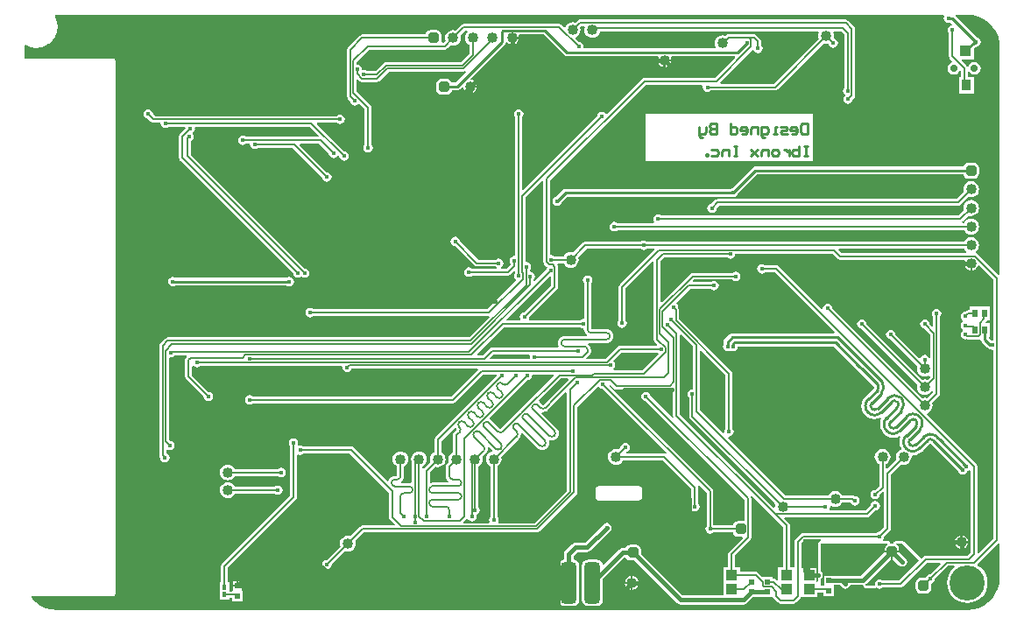
<source format=gbl>
G04*
G04 #@! TF.GenerationSoftware,Altium Limited,Altium Designer,21.1.1 (26)*
G04*
G04 Layer_Physical_Order=2*
G04 Layer_Color=16711680*
%FSLAX44Y44*%
%MOMM*%
G71*
G04*
G04 #@! TF.SameCoordinates,E069ABF9-E8C7-48A9-8C9A-FF8294D84A43*
G04*
G04*
G04 #@! TF.FilePolarity,Positive*
G04*
G01*
G75*
%ADD12C,0.2540*%
%ADD75R,0.4500X0.5000*%
%ADD120C,0.7000*%
%ADD122C,0.3500*%
%ADD124C,0.1500*%
%ADD127R,1.1000X1.0000*%
G04:AMPARAMS|DCode=147|XSize=1.524mm|YSize=4mm|CornerRadius=0.381mm|HoleSize=0mm|Usage=FLASHONLY|Rotation=0.000|XOffset=0mm|YOffset=0mm|HoleType=Round|Shape=RoundedRectangle|*
%AMROUNDEDRECTD147*
21,1,1.5240,3.2380,0,0,0.0*
21,1,0.7620,4.0000,0,0,0.0*
1,1,0.7620,0.3810,-1.6190*
1,1,0.7620,-0.3810,-1.6190*
1,1,0.7620,-0.3810,1.6190*
1,1,0.7620,0.3810,1.6190*
%
%ADD147ROUNDEDRECTD147*%
%ADD154C,0.4000*%
%ADD156C,3.4000*%
%ADD157C,0.4000*%
%ADD158C,1.0160*%
G04:AMPARAMS|DCode=159|XSize=1.016mm|YSize=1.016mm|CornerRadius=0.254mm|HoleSize=0mm|Usage=FLASHONLY|Rotation=90.000|XOffset=0mm|YOffset=0mm|HoleType=Round|Shape=RoundedRectangle|*
%AMROUNDEDRECTD159*
21,1,1.0160,0.5080,0,0,90.0*
21,1,0.5080,1.0160,0,0,90.0*
1,1,0.5080,0.2540,0.2540*
1,1,0.5080,0.2540,-0.2540*
1,1,0.5080,-0.2540,-0.2540*
1,1,0.5080,-0.2540,0.2540*
%
%ADD159ROUNDEDRECTD159*%
%ADD160R,0.5000X0.5000*%
%ADD161R,0.5500X0.8000*%
%ADD162R,0.9500X1.1000*%
%ADD163R,1.1000X1.1000*%
G36*
X529790Y647137D02*
X529294Y646756D01*
X528079Y645173D01*
X527316Y643329D01*
X527055Y641350D01*
X527316Y639371D01*
X528079Y637527D01*
X529294Y635944D01*
X530878Y634729D01*
X531387Y634518D01*
Y626243D01*
X523138Y617994D01*
X450850D01*
X449582Y617741D01*
X448507Y617023D01*
X440588Y609104D01*
X432401D01*
X431016Y610029D01*
X429260Y610378D01*
X428672Y610261D01*
X427498Y610870D01*
X427149Y612626D01*
X426154Y614114D01*
X424666Y615109D01*
X422910Y615458D01*
X422414Y615866D01*
Y618134D01*
X434443Y630162D01*
X507792D01*
X509060Y630415D01*
X510135Y631133D01*
X513178Y634176D01*
X513687Y633965D01*
X515666Y633705D01*
X517645Y633965D01*
X519488Y634729D01*
X521072Y635944D01*
X522287Y637527D01*
X523051Y639371D01*
X523311Y641350D01*
X523051Y643329D01*
X522840Y643838D01*
X527409Y648407D01*
X529359D01*
X529790Y647137D01*
D02*
G37*
G36*
X1018346Y663338D02*
X1023745Y661858D01*
X1028796Y659443D01*
X1033337Y656169D01*
X1037226Y652142D01*
X1040338Y647488D01*
X1042575Y642356D01*
X1043939Y636598D01*
X1044058Y636336D01*
X1044114Y636054D01*
X1044202Y635924D01*
Y412621D01*
X1042932Y412094D01*
X1022407Y432619D01*
X1021332Y433337D01*
X1021128Y433378D01*
X1021119Y433391D01*
X1020811Y434736D01*
X1021856Y435538D01*
X1023071Y437121D01*
X1023835Y438965D01*
X1024096Y440944D01*
X1023835Y442923D01*
X1023071Y444767D01*
X1021856Y446350D01*
X1020273Y447565D01*
X1018429Y448329D01*
X1016450Y448589D01*
X1014471Y448329D01*
X1012627Y447565D01*
X1011044Y446350D01*
X1009829Y444767D01*
X1009618Y444258D01*
X702530D01*
X701526Y444929D01*
X699770Y445278D01*
X698014Y444929D01*
X697010Y444258D01*
X643572D01*
X642304Y444005D01*
X641229Y443287D01*
X631872Y433931D01*
X631363Y434142D01*
X629385Y434402D01*
X627406Y434142D01*
X625562Y433378D01*
X623979Y432163D01*
X622763Y430579D01*
X622553Y430070D01*
X613314D01*
X611864Y431039D01*
X610108Y431388D01*
X609612Y431796D01*
Y504087D01*
X701905Y596380D01*
X756358D01*
X757154Y595110D01*
X756904Y593852D01*
X757253Y592096D01*
X758248Y590608D01*
X759736Y589613D01*
X761492Y589264D01*
X763248Y589613D01*
X764632Y590538D01*
X826873D01*
X828141Y590791D01*
X829216Y591509D01*
X873725Y636018D01*
X874234Y635808D01*
X876213Y635547D01*
X878192Y635808D01*
X878639Y635569D01*
X878837Y634574D01*
X879831Y633086D01*
X881320Y632091D01*
X883076Y631742D01*
X884831Y632091D01*
X886320Y633086D01*
X887315Y634574D01*
X887664Y636330D01*
X887315Y638086D01*
X886320Y639574D01*
X884831Y640569D01*
X883837Y640767D01*
X883598Y641214D01*
X883858Y643193D01*
X883598Y645171D01*
X883082Y646418D01*
X883820Y647688D01*
X890929D01*
X893814Y644803D01*
Y593437D01*
X892889Y592052D01*
X892540Y590296D01*
X892889Y588540D01*
X893884Y587052D01*
X894414Y586697D01*
Y585427D01*
X894392Y585412D01*
X893397Y583924D01*
X893048Y582168D01*
X893397Y580412D01*
X894392Y578924D01*
X895880Y577929D01*
X897636Y577580D01*
X899392Y577929D01*
X900880Y578924D01*
X901875Y580412D01*
X902200Y582046D01*
X903281Y583127D01*
X903999Y584202D01*
X904252Y585470D01*
Y650240D01*
X903999Y651508D01*
X903281Y652583D01*
X897693Y658171D01*
X896618Y658889D01*
X895350Y659142D01*
X638048D01*
X636780Y658889D01*
X635705Y658171D01*
X633678Y656144D01*
X633169Y656355D01*
X631190Y656615D01*
X629211Y656355D01*
X627367Y655591D01*
X625784Y654376D01*
X624569Y652793D01*
X624311Y652171D01*
X622813Y651873D01*
X620623Y654063D01*
X619548Y654782D01*
X618280Y655034D01*
X526036D01*
X524768Y654782D01*
X523693Y654063D01*
X518153Y648524D01*
X517645Y648735D01*
X515666Y648995D01*
X513687Y648735D01*
X511843Y647971D01*
X510260Y646756D01*
X509045Y645173D01*
X508281Y643329D01*
X508020Y641350D01*
X508281Y639371D01*
X508492Y638862D01*
X506427Y636797D01*
X505167Y636833D01*
X504160Y638060D01*
X504310Y638810D01*
Y643890D01*
X503918Y645856D01*
X502805Y647524D01*
X501138Y648638D01*
X499171Y649029D01*
X494091D01*
X492124Y648638D01*
X490457Y647524D01*
X489343Y645856D01*
X489106Y644664D01*
X427736D01*
X426468Y644411D01*
X425393Y643693D01*
X414217Y632517D01*
X413499Y631442D01*
X413246Y630174D01*
Y584708D01*
X413499Y583440D01*
X414217Y582365D01*
X416314Y580268D01*
X416639Y578634D01*
X417634Y577146D01*
X419122Y576151D01*
X420878Y575802D01*
X422634Y576151D01*
X424122Y577146D01*
X424234Y577312D01*
X425498Y577437D01*
X430264Y572670D01*
Y538573D01*
X429339Y537188D01*
X428990Y535432D01*
X429339Y533676D01*
X430334Y532188D01*
X431822Y531193D01*
X433578Y530844D01*
X435334Y531193D01*
X436822Y532188D01*
X437817Y533676D01*
X438166Y535432D01*
X437817Y537188D01*
X436892Y538573D01*
Y574043D01*
X436639Y575311D01*
X435921Y576386D01*
X422414Y589893D01*
Y600987D01*
X423587Y601473D01*
X425363Y599697D01*
X426438Y598979D01*
X427706Y598726D01*
X442020D01*
X443288Y598979D01*
X444363Y599697D01*
X453533Y608867D01*
X525545D01*
X526813Y609119D01*
X527245Y609407D01*
X528055Y608421D01*
X517838Y598204D01*
X514463D01*
X514332Y598867D01*
X513218Y600534D01*
X511550Y601648D01*
X509584Y602039D01*
X504504D01*
X502537Y601648D01*
X500870Y600534D01*
X499756Y598867D01*
X499365Y596900D01*
Y591820D01*
X499756Y589854D01*
X500870Y588186D01*
X502537Y587072D01*
X504504Y586681D01*
X509584D01*
X511550Y587072D01*
X513218Y588186D01*
X514332Y589854D01*
X514463Y590516D01*
X519430D01*
X519430Y590516D01*
X520901Y590809D01*
X522148Y591642D01*
X524288Y593782D01*
X525629Y593327D01*
X525719Y592642D01*
X526382Y591042D01*
X527437Y589667D01*
X528812Y588612D01*
X530412Y587949D01*
X531130Y587855D01*
Y594360D01*
X532130D01*
Y595360D01*
X538635D01*
X538541Y596078D01*
X537878Y597678D01*
X536823Y599053D01*
X535448Y600108D01*
X533848Y600771D01*
X533163Y600861D01*
X532708Y602202D01*
X565328Y634822D01*
X566161Y636069D01*
X566319Y636862D01*
X567677Y637179D01*
X568077Y636657D01*
X569452Y635602D01*
X571052Y634939D01*
X571770Y634845D01*
Y641350D01*
X572770D01*
Y642350D01*
X579275D01*
X579181Y643068D01*
X578966Y643586D01*
X579814Y644856D01*
X603198D01*
X623138Y624916D01*
X623138Y624916D01*
X624385Y624083D01*
X625856Y623790D01*
X713395D01*
X714111Y622520D01*
X713679Y621478D01*
X713585Y620760D01*
X720090D01*
X726595D01*
X726501Y621478D01*
X726069Y622520D01*
X726785Y623790D01*
X788013D01*
X788499Y622617D01*
X768890Y603008D01*
X700532D01*
X699264Y602755D01*
X698189Y602037D01*
X664206Y568054D01*
X662942Y568179D01*
X662628Y568648D01*
X661140Y569643D01*
X659384Y569992D01*
X657628Y569643D01*
X656140Y568648D01*
X655145Y567160D01*
X654820Y565526D01*
X583607Y494313D01*
X582434Y494799D01*
Y564549D01*
X583359Y565934D01*
X583708Y567690D01*
X583359Y569446D01*
X582364Y570934D01*
X580876Y571929D01*
X579120Y572278D01*
X577364Y571929D01*
X575876Y570934D01*
X574881Y569446D01*
X574532Y567690D01*
X574881Y565934D01*
X575806Y564549D01*
Y431416D01*
X575056Y430800D01*
X573300Y430451D01*
X571812Y429456D01*
X570817Y427968D01*
X570468Y426212D01*
X570817Y424456D01*
X571742Y423072D01*
Y422505D01*
X567588Y418350D01*
X562220D01*
X561931Y419620D01*
X563141Y420428D01*
X564135Y421916D01*
X564484Y423672D01*
X564135Y425428D01*
X563141Y426916D01*
X561652Y427911D01*
X559896Y428260D01*
X558140Y427911D01*
X556756Y426986D01*
X540097D01*
X522216Y444867D01*
X521891Y446501D01*
X520896Y447989D01*
X519408Y448984D01*
X517652Y449333D01*
X515896Y448984D01*
X514408Y447989D01*
X513413Y446501D01*
X513064Y444745D01*
X513413Y442989D01*
X514408Y441501D01*
X515896Y440506D01*
X517530Y440181D01*
X536382Y421329D01*
X537457Y420611D01*
X538725Y420358D01*
X556756D01*
X557861Y419620D01*
X557573Y418350D01*
X534254D01*
X532870Y419275D01*
X531114Y419624D01*
X529358Y419275D01*
X527870Y418280D01*
X526875Y416792D01*
X526526Y415036D01*
X526875Y413280D01*
X527870Y411792D01*
X529358Y410797D01*
X531114Y410448D01*
X532870Y410797D01*
X534254Y411722D01*
X568960D01*
X570228Y411975D01*
X571303Y412693D01*
X574633Y416023D01*
X575806Y415537D01*
Y414221D01*
X574881Y412836D01*
X574532Y411080D01*
X574881Y409324D01*
X575876Y407836D01*
X576106Y407682D01*
X576230Y406418D01*
X548836Y379024D01*
X380883D01*
X379498Y379950D01*
X377743Y380299D01*
X375987Y379950D01*
X374498Y378955D01*
X373504Y377467D01*
X373154Y375711D01*
X373504Y373955D01*
X374498Y372466D01*
X375987Y371472D01*
X377743Y371123D01*
X379498Y371472D01*
X380883Y372397D01*
X550065D01*
X550333Y372060D01*
X550655Y371191D01*
X531265Y351802D01*
X239776D01*
X238508Y351549D01*
X237433Y350831D01*
X232607Y346005D01*
X231889Y344930D01*
X231636Y343662D01*
Y237744D01*
X231889Y236476D01*
X232606Y235402D01*
X232931Y233768D01*
X233926Y232280D01*
X235414Y231285D01*
X237170Y230936D01*
X238926Y231285D01*
X240414Y232280D01*
X241409Y233768D01*
X241758Y235524D01*
X241409Y237280D01*
X240414Y238768D01*
X238926Y239763D01*
X238264Y239895D01*
Y242571D01*
X239534Y243250D01*
X240052Y242903D01*
X241808Y242554D01*
X243564Y242903D01*
X245052Y243898D01*
X246047Y245386D01*
X246396Y247142D01*
X246047Y248898D01*
X245052Y250386D01*
X243564Y251381D01*
X241930Y251706D01*
X240804Y252833D01*
Y331906D01*
X242074Y332893D01*
X242924Y332724D01*
X244680Y333073D01*
X246168Y334068D01*
X246225Y334153D01*
X257703D01*
X258189Y332979D01*
X257753Y332543D01*
X257035Y331468D01*
X256782Y330200D01*
Y313690D01*
X257035Y312422D01*
X257753Y311347D01*
X274606Y294494D01*
X274931Y292860D01*
X275926Y291372D01*
X277414Y290377D01*
X279170Y290028D01*
X280926Y290377D01*
X282414Y291372D01*
X283409Y292860D01*
X283758Y294616D01*
X283409Y296372D01*
X282414Y297860D01*
X280926Y298855D01*
X279292Y299180D01*
X263410Y315063D01*
Y323756D01*
X264666Y324162D01*
X266154Y323167D01*
X267910Y322818D01*
X269666Y323167D01*
X271051Y324092D01*
X408021D01*
X408827Y323111D01*
X408772Y322834D01*
X409121Y321078D01*
X410116Y319590D01*
X411604Y318595D01*
X413360Y318246D01*
X415116Y318595D01*
X416604Y319590D01*
X417599Y321078D01*
X417693Y321552D01*
X539235D01*
X539721Y320379D01*
X513993Y294652D01*
X322419D01*
X321034Y295577D01*
X319278Y295926D01*
X317522Y295577D01*
X316034Y294582D01*
X315039Y293094D01*
X314690Y291338D01*
X315039Y289582D01*
X316034Y288094D01*
X317522Y287099D01*
X319278Y286750D01*
X321034Y287099D01*
X322419Y288024D01*
X515366D01*
X516634Y288277D01*
X517709Y288995D01*
X544679Y315964D01*
X557525D01*
X558077Y315292D01*
X558166Y314694D01*
X498545Y255073D01*
X497827Y253998D01*
X497574Y252730D01*
Y240727D01*
X497065Y240516D01*
X495482Y239301D01*
X494267Y237718D01*
X493503Y235874D01*
X493243Y233895D01*
X493503Y231916D01*
X493714Y231407D01*
X487642Y225335D01*
X487438Y225029D01*
X486168Y225415D01*
Y227063D01*
X486677Y227274D01*
X488260Y228489D01*
X489475Y230072D01*
X490239Y231916D01*
X490499Y233895D01*
X490239Y235874D01*
X489475Y237718D01*
X488260Y239301D01*
X486677Y240516D01*
X484833Y241280D01*
X482854Y241540D01*
X480875Y241280D01*
X479031Y240516D01*
X477448Y239301D01*
X476233Y237718D01*
X475469Y235874D01*
X475209Y233895D01*
X475469Y231916D01*
X475860Y230973D01*
X475671Y230026D01*
Y211693D01*
X474401Y210848D01*
X473306Y210992D01*
X473195Y211014D01*
X465815D01*
X465384Y212284D01*
X466194Y212906D01*
X467243Y214272D01*
X467902Y215863D01*
X468112Y217463D01*
X468134Y217570D01*
X468134D01*
X468134Y217570D01*
X468134Y217570D01*
Y227063D01*
X468643Y227274D01*
X470226Y228489D01*
X471441Y230072D01*
X472205Y231916D01*
X472465Y233895D01*
X472205Y235874D01*
X471441Y237718D01*
X470226Y239301D01*
X468643Y240516D01*
X466799Y241280D01*
X464820Y241540D01*
X462841Y241280D01*
X460997Y240516D01*
X459414Y239301D01*
X458199Y237718D01*
X457435Y235874D01*
X457175Y233895D01*
X457435Y231916D01*
X458199Y230072D01*
X459414Y228489D01*
X460997Y227274D01*
X461506Y227063D01*
Y217654D01*
X461463Y217637D01*
X461446Y217594D01*
X459505D01*
X459505Y217594D01*
Y217594D01*
X459399Y217573D01*
X457797Y217362D01*
X456206Y216703D01*
X454840Y215655D01*
X453792Y214288D01*
X453292Y213082D01*
X451960Y212619D01*
X419411Y245167D01*
X418336Y245885D01*
X417068Y246138D01*
X370933D01*
X369548Y247063D01*
X367792Y247412D01*
X366690Y247193D01*
X366402Y247378D01*
X365704Y248252D01*
X365978Y249630D01*
X365629Y251386D01*
X364635Y252875D01*
X363146Y253869D01*
X361390Y254218D01*
X359634Y253869D01*
X358146Y252875D01*
X357151Y251386D01*
X356802Y249630D01*
X357151Y247874D01*
X358077Y246490D01*
Y198776D01*
X292297Y132997D01*
X291579Y131922D01*
X291326Y130653D01*
Y115350D01*
X289890D01*
Y105350D01*
Y97850D01*
X299390D01*
Y99537D01*
X302340D01*
Y96680D01*
X312340D01*
Y106680D01*
X311992D01*
X311340Y107680D01*
X311340Y107950D01*
Y110680D01*
X307340D01*
X303340D01*
Y107950D01*
X303340Y107680D01*
X302688Y106680D01*
X302340D01*
Y106164D01*
X299390D01*
Y115350D01*
X297954D01*
Y129281D01*
X363733Y195061D01*
X364452Y196136D01*
X364704Y197404D01*
Y238128D01*
X365824Y238727D01*
X366036Y238585D01*
X367792Y238236D01*
X369548Y238585D01*
X370933Y239510D01*
X415695D01*
X453378Y201827D01*
Y178054D01*
X453631Y176786D01*
X454349Y175711D01*
X459203Y170857D01*
X458717Y169684D01*
X427990D01*
X426722Y169431D01*
X425647Y168713D01*
X416508Y159574D01*
X415999Y159785D01*
X414020Y160045D01*
X412041Y159785D01*
X410197Y159021D01*
X408614Y157806D01*
X407399Y156223D01*
X406635Y154379D01*
X406375Y152400D01*
X406635Y150421D01*
X406846Y149912D01*
X393578Y136644D01*
X391944Y136319D01*
X390456Y135324D01*
X389461Y133836D01*
X389112Y132080D01*
X389461Y130324D01*
X390456Y128836D01*
X391944Y127841D01*
X393700Y127492D01*
X395456Y127841D01*
X396944Y128836D01*
X397939Y130324D01*
X398264Y131958D01*
X411532Y145226D01*
X412041Y145015D01*
X414020Y144755D01*
X415999Y145015D01*
X417843Y145779D01*
X419426Y146994D01*
X420641Y148577D01*
X421405Y150421D01*
X421665Y152400D01*
X421405Y154379D01*
X421194Y154888D01*
X429363Y163056D01*
X596626D01*
X597894Y163309D01*
X598969Y164027D01*
X634803Y199861D01*
X635521Y200936D01*
X635774Y202204D01*
Y284325D01*
X655447Y303998D01*
X656711Y303874D01*
X656902Y303588D01*
X658390Y302593D01*
X660024Y302268D01*
X722246Y240046D01*
X721436Y239059D01*
X721104Y239281D01*
X719836Y239534D01*
X683532D01*
X683407Y240804D01*
X683746Y240871D01*
X685234Y241866D01*
X686229Y243354D01*
X686578Y245110D01*
X686229Y246866D01*
X685234Y248354D01*
X683746Y249349D01*
X681990Y249698D01*
X680234Y249349D01*
X678746Y248354D01*
X677751Y246866D01*
X677426Y245232D01*
X675588Y243394D01*
X675079Y243605D01*
X673100Y243865D01*
X671121Y243605D01*
X669277Y242841D01*
X667694Y241626D01*
X666479Y240043D01*
X665715Y238199D01*
X665455Y236220D01*
X665715Y234241D01*
X666479Y232397D01*
X667694Y230814D01*
X669277Y229599D01*
X671121Y228835D01*
X673100Y228575D01*
X675079Y228835D01*
X676923Y229599D01*
X678506Y230814D01*
X679721Y232397D01*
X679932Y232906D01*
X718464D01*
X745986Y205383D01*
Y191101D01*
X745061Y189716D01*
X744712Y187960D01*
X745061Y186204D01*
X746056Y184716D01*
X747544Y183721D01*
X749300Y183372D01*
X751056Y183721D01*
X752544Y184716D01*
X753539Y186204D01*
X753888Y187960D01*
X753539Y189716D01*
X752614Y191101D01*
Y206756D01*
X752361Y208024D01*
X752139Y208356D01*
X753126Y209166D01*
X760718Y201573D01*
Y169510D01*
X759793Y168126D01*
X759444Y166370D01*
X759793Y164614D01*
X760788Y163126D01*
X762276Y162131D01*
X764032Y161782D01*
X765788Y162131D01*
X767172Y163056D01*
X786226D01*
X786463Y161863D01*
X787577Y160196D01*
X789244Y159082D01*
X791210Y158691D01*
X794829D01*
X795355Y157421D01*
X782697Y144763D01*
X781978Y143688D01*
X781726Y142420D01*
Y129451D01*
X777040D01*
Y114451D01*
Y102378D01*
X737231D01*
X697289Y142320D01*
Y146050D01*
X696898Y148017D01*
X695784Y149684D01*
X694117Y150798D01*
X692150Y151189D01*
X687070D01*
X685104Y150798D01*
X683436Y149684D01*
X682377Y148098D01*
X679450D01*
X677694Y147749D01*
X676206Y146754D01*
X661346Y131895D01*
X660131Y132263D01*
X659994Y132952D01*
X658599Y135039D01*
X656512Y136434D01*
X654050Y136924D01*
X646430D01*
X643968Y136434D01*
X641881Y135039D01*
X640486Y132952D01*
X639996Y130490D01*
Y98110D01*
X640486Y95648D01*
X641881Y93561D01*
X643968Y92166D01*
X646430Y91676D01*
X654050D01*
X656512Y92166D01*
X658599Y93561D01*
X659994Y95648D01*
X660484Y98110D01*
Y118055D01*
X681209Y138780D01*
X682527Y138697D01*
X683436Y137336D01*
X685104Y136222D01*
X687070Y135831D01*
X690800D01*
X732086Y94546D01*
X733574Y93551D01*
X735330Y93202D01*
X796210D01*
X797966Y93551D01*
X799455Y94546D01*
X805399Y100490D01*
X808910D01*
Y100902D01*
X814150D01*
Y100490D01*
X824150D01*
X824150Y100490D01*
X825308Y100219D01*
X825951Y99257D01*
X830015Y95193D01*
X831090Y94475D01*
X832358Y94222D01*
X844804D01*
X846072Y94475D01*
X847147Y95193D01*
X851211Y99257D01*
X851929Y100332D01*
X851953Y100450D01*
X867790D01*
Y104636D01*
X873840D01*
Y101760D01*
X883840D01*
Y112172D01*
X889419D01*
X891805Y109786D01*
X893294Y108791D01*
X895050Y108442D01*
X896806Y108791D01*
X898294Y109786D01*
X899289Y111274D01*
X899467Y112172D01*
X911780D01*
X911888Y112193D01*
X912243Y111020D01*
X912303Y110909D01*
X912328Y110785D01*
X912536Y110473D01*
X912712Y110143D01*
X912810Y110063D01*
X912880Y109958D01*
X913192Y109750D01*
X913481Y109512D01*
X913602Y109475D01*
X913707Y109405D01*
X914074Y109332D01*
X914433Y109223D01*
X914559Y109236D01*
X914683Y109211D01*
X923111D01*
X923358Y109260D01*
X923609D01*
X923841Y109356D01*
X924087Y109405D01*
X924296Y109545D01*
X924528Y109641D01*
X924651Y109764D01*
X926106Y108791D01*
X927862Y108442D01*
X929618Y108791D01*
X931003Y109716D01*
X947928D01*
X949196Y109969D01*
X950271Y110687D01*
X973684Y134100D01*
X986275D01*
X986761Y132927D01*
X976508Y122674D01*
X974874Y122349D01*
X973386Y121354D01*
X972391Y119866D01*
X972306Y119439D01*
X967740D01*
X965773Y119048D01*
X964106Y117934D01*
X962992Y116266D01*
X962601Y114300D01*
Y109220D01*
X962992Y107254D01*
X964106Y105586D01*
X965773Y104472D01*
X967740Y104081D01*
X972820D01*
X974787Y104472D01*
X976454Y105586D01*
X977568Y107254D01*
X977959Y109220D01*
Y113786D01*
X978386Y113871D01*
X979874Y114866D01*
X980869Y116354D01*
X981194Y117988D01*
X994005Y130798D01*
X999987D01*
X1000442Y129528D01*
X998915Y128275D01*
X996478Y125306D01*
X994667Y121918D01*
X993552Y118243D01*
X993176Y114420D01*
X993552Y110597D01*
X994667Y106922D01*
X996478Y103534D01*
X998915Y100565D01*
X1001884Y98128D01*
X1005272Y96317D01*
X1008948Y95202D01*
X1012770Y94825D01*
X1016593Y95202D01*
X1020269Y96317D01*
X1023656Y98128D01*
X1026625Y100565D01*
X1029062Y103534D01*
X1030873Y106922D01*
X1031988Y110597D01*
X1032365Y114420D01*
X1031988Y118243D01*
X1030873Y121918D01*
X1029062Y125306D01*
X1026625Y128275D01*
X1023656Y130712D01*
X1022597Y131278D01*
X1022411Y132534D01*
X1042932Y153055D01*
X1044202Y152529D01*
Y119576D01*
X1043711Y113964D01*
X1042293Y108674D01*
X1039979Y103711D01*
X1036838Y99225D01*
X1032965Y95353D01*
X1028479Y92212D01*
X1023515Y89897D01*
X1018226Y88480D01*
X1012614Y87989D01*
X132926D01*
X127315Y88480D01*
X122025Y89897D01*
X117061Y92212D01*
X112575Y95353D01*
X108703Y99225D01*
X107835Y100464D01*
X108421Y101591D01*
X186690D01*
X187665Y101785D01*
X188492Y102338D01*
X189045Y103165D01*
X189239Y104140D01*
Y619242D01*
X189045Y620218D01*
X188492Y621045D01*
X187665Y621597D01*
X186690Y621791D01*
X102868D01*
X102609Y621740D01*
X101339Y622638D01*
Y632166D01*
X101601Y634003D01*
X102758Y634527D01*
X103214Y634229D01*
X103597Y634074D01*
X103952Y633860D01*
X107648Y632520D01*
X108058Y632457D01*
X108452Y632330D01*
X112358Y631875D01*
X112750Y631907D01*
X113141Y631871D01*
X116654Y632238D01*
X117010Y632348D01*
X117381Y632391D01*
X120742Y633477D01*
X121067Y633658D01*
X121419Y633776D01*
X124485Y635533D01*
X124766Y635778D01*
X125087Y635967D01*
X127722Y638319D01*
X127946Y638616D01*
X128221Y638867D01*
X130314Y641713D01*
X130471Y642050D01*
X130688Y642353D01*
X132148Y645570D01*
X132232Y645932D01*
X132382Y646273D01*
X133145Y649723D01*
X133153Y650095D01*
X133229Y650460D01*
X133263Y653992D01*
X133194Y654358D01*
X133193Y654730D01*
X132495Y658193D01*
X132352Y658537D01*
X132274Y658901D01*
X130876Y662145D01*
X130803Y662251D01*
X130951Y662934D01*
X131353Y663613D01*
X133024Y663851D01*
X989820D01*
X990499Y662581D01*
X990228Y662176D01*
X989879Y660420D01*
X990228Y658664D01*
X991223Y657176D01*
X992711Y656181D01*
X994467Y655832D01*
X996223Y656181D01*
X996538Y656392D01*
X998164Y654765D01*
X997683Y653451D01*
X996464Y653209D01*
X994976Y652214D01*
X993981Y650726D01*
X993632Y648970D01*
X993981Y647214D01*
X994906Y645829D01*
Y623570D01*
X995159Y622302D01*
X995877Y621227D01*
X998007Y619097D01*
X997638Y617882D01*
X997239Y617802D01*
X995254Y616476D01*
X993928Y614491D01*
X993462Y612150D01*
X993928Y609809D01*
X995254Y607824D01*
X997239Y606498D01*
X999580Y606033D01*
X1001921Y606498D01*
X1003906Y607824D01*
X1005066Y609561D01*
X1006336Y609348D01*
Y603650D01*
X1004580D01*
Y587650D01*
X1019080D01*
Y603650D01*
X1012964D01*
Y608966D01*
X1014234Y609352D01*
X1015254Y607824D01*
X1017239Y606498D01*
X1019580Y606033D01*
X1021921Y606498D01*
X1023906Y607824D01*
X1025232Y609809D01*
X1025697Y612150D01*
X1025232Y614491D01*
X1023906Y616476D01*
X1021921Y617802D01*
X1019580Y618268D01*
X1017239Y617802D01*
X1015254Y616476D01*
X1013928Y614491D01*
X1013810Y613899D01*
X1012485Y613747D01*
X1011993Y614483D01*
X1007000Y619477D01*
X1007486Y620650D01*
X1019080D01*
Y631214D01*
X1020649Y632784D01*
X1021080Y632698D01*
X1022836Y633047D01*
X1024324Y634042D01*
X1025319Y635530D01*
X1025668Y637286D01*
X1025319Y639042D01*
X1024324Y640530D01*
X1022836Y641525D01*
X1022138Y641664D01*
X1001221Y662581D01*
X1001747Y663851D01*
X1012611D01*
X1018346Y663338D01*
D02*
G37*
G36*
X643066Y651458D02*
X642855Y650949D01*
X642595Y648970D01*
X642855Y646991D01*
X643619Y645147D01*
X644834Y643564D01*
X646417Y642349D01*
X648261Y641585D01*
X650240Y641325D01*
X652219Y641585D01*
X654063Y642349D01*
X655646Y643564D01*
X656861Y645147D01*
X657625Y646991D01*
X657717Y647688D01*
X868606D01*
X869345Y646418D01*
X868828Y645171D01*
X868568Y643193D01*
X868828Y641214D01*
X869039Y640705D01*
X825500Y597166D01*
X774216D01*
X773690Y598436D01*
X804932Y629678D01*
X806077Y629470D01*
X806359Y629309D01*
X807270Y627946D01*
X808758Y626951D01*
X810514Y626602D01*
X812270Y626951D01*
X813758Y627946D01*
X814753Y629434D01*
X815102Y631190D01*
X814753Y632946D01*
X813828Y634330D01*
Y638048D01*
X813575Y639316D01*
X812857Y640391D01*
X808793Y644455D01*
X807718Y645173D01*
X806450Y645426D01*
X781812D01*
X780544Y645173D01*
X779469Y644455D01*
X778458Y643444D01*
X777949Y643655D01*
X775970Y643915D01*
X773991Y643655D01*
X772147Y642891D01*
X770564Y641676D01*
X769349Y640093D01*
X768585Y638249D01*
X768325Y636270D01*
X768585Y634291D01*
X769224Y632748D01*
X768659Y631478D01*
X642325D01*
X641519Y632460D01*
X641620Y632968D01*
X641271Y634724D01*
X640276Y636212D01*
X638788Y637207D01*
X637154Y637532D01*
X634093Y640593D01*
X634391Y642091D01*
X635013Y642349D01*
X636596Y643564D01*
X637811Y645147D01*
X638575Y646991D01*
X638835Y648970D01*
X638575Y650949D01*
X638364Y651458D01*
X639421Y652514D01*
X642361D01*
X643066Y651458D01*
D02*
G37*
G36*
X710409Y436457D02*
X676853Y402901D01*
X676135Y401826D01*
X675882Y400558D01*
Y368647D01*
X674957Y367262D01*
X674608Y365506D01*
X674957Y363750D01*
X675952Y362262D01*
X677440Y361267D01*
X679196Y360918D01*
X680952Y361267D01*
X682440Y362262D01*
X683435Y363750D01*
X683784Y365506D01*
X683435Y367262D01*
X682510Y368647D01*
Y399185D01*
X708491Y425167D01*
X709664Y424681D01*
Y349840D01*
X709917Y348572D01*
X710635Y347497D01*
X712934Y345198D01*
X712408Y343928D01*
X677335D01*
X676067Y343675D01*
X674992Y342957D01*
X662755Y330720D01*
X644659D01*
X644173Y331893D01*
X648011Y335731D01*
X648729Y336806D01*
X648982Y338074D01*
Y339840D01*
X648960Y339948D01*
X648750Y341547D01*
X648091Y343138D01*
X647042Y344505D01*
X646232Y345127D01*
X646663Y346397D01*
X663950D01*
X663951Y346396D01*
Y346397D01*
X663951D01*
X664057Y346418D01*
X665658Y346628D01*
X667249Y347287D01*
X668615Y348336D01*
X669663Y349702D01*
X670322Y351293D01*
X670389Y351799D01*
X670555Y353000D01*
X670389Y354202D01*
X670322Y354707D01*
X669663Y356298D01*
X668615Y357664D01*
X667249Y358713D01*
X665658Y359372D01*
X664062Y359582D01*
X663951Y359604D01*
X649042D01*
X649025Y359647D01*
X648982Y359664D01*
Y377190D01*
Y403768D01*
X649907Y405152D01*
X650256Y406908D01*
X649907Y408664D01*
X648912Y410152D01*
X647424Y411147D01*
X645668Y411496D01*
X643912Y411147D01*
X642424Y410152D01*
X641429Y408664D01*
X641080Y406908D01*
X641429Y405152D01*
X642354Y403768D01*
Y377190D01*
Y370145D01*
X641673Y369586D01*
X639917Y369237D01*
X638533Y368312D01*
X589438D01*
X588840Y369432D01*
X588947Y369592D01*
X589272Y371226D01*
X616261Y398215D01*
X616979Y399290D01*
X617232Y400558D01*
Y420116D01*
X616979Y421384D01*
X616452Y422173D01*
X616901Y423443D01*
X622553D01*
X622763Y422934D01*
X623979Y421351D01*
X625562Y420135D01*
X627406Y419372D01*
X629385Y419111D01*
X631363Y419372D01*
X633207Y420135D01*
X634791Y421351D01*
X636006Y422934D01*
X636769Y424778D01*
X637030Y426757D01*
X636769Y428735D01*
X636559Y429244D01*
X644945Y437630D01*
X696402D01*
X696526Y437446D01*
X698014Y436451D01*
X699770Y436102D01*
X701526Y436451D01*
X703014Y437446D01*
X703138Y437630D01*
X709923D01*
X710409Y436457D01*
D02*
G37*
G36*
X1009829Y437121D02*
X1011044Y435538D01*
X1011928Y434860D01*
X1011497Y433590D01*
X890881D01*
X888013Y436457D01*
X888499Y437630D01*
X1009618D01*
X1009829Y437121D01*
D02*
G37*
G36*
X887165Y427933D02*
X888240Y427215D01*
X889508Y426962D01*
X1009777D01*
X1010480Y425692D01*
X1010040Y424628D01*
X1009945Y423910D01*
X1016450D01*
Y422910D01*
X1017450D01*
Y416405D01*
X1018168Y416499D01*
X1019769Y417162D01*
X1021143Y418217D01*
X1022198Y419592D01*
X1022803Y421054D01*
X1023791Y421508D01*
X1024056Y421598D01*
X1037858Y407795D01*
Y349116D01*
X1037422Y348758D01*
X1036151Y348505D01*
X1033396Y351260D01*
X1033626Y352530D01*
X1034640D01*
Y365530D01*
X1030692D01*
X1030206Y366703D01*
X1030819Y367316D01*
X1031537Y368391D01*
X1031565Y368530D01*
X1034640D01*
Y381530D01*
X1015140D01*
Y377964D01*
X1013460D01*
X1012192Y377711D01*
X1011117Y376993D01*
X1010798Y376674D01*
X1009164Y376349D01*
X1007676Y375354D01*
X1006681Y373866D01*
X1006332Y372110D01*
X1006681Y370354D01*
X1007676Y368866D01*
X1008412Y368374D01*
Y366846D01*
X1007676Y366355D01*
X1006681Y364866D01*
X1006332Y363110D01*
X1006681Y361354D01*
X1007676Y359866D01*
X1008248Y359484D01*
Y357956D01*
X1007676Y357574D01*
X1006681Y356086D01*
X1006332Y354330D01*
X1006681Y352574D01*
X1007676Y351086D01*
X1009164Y350091D01*
X1010920Y349742D01*
X1012348Y350026D01*
X1012647Y349966D01*
X1023865D01*
X1024276Y350048D01*
X1025310Y349871D01*
X1025685Y349132D01*
X1025839Y348359D01*
X1026672Y347112D01*
X1032053Y341731D01*
X1033300Y340898D01*
X1034608Y340638D01*
X1035666Y339931D01*
X1037422Y339582D01*
X1037858Y339224D01*
Y157354D01*
X1023632Y143128D01*
X1022362Y143654D01*
Y227076D01*
X1022109Y228344D01*
X1021391Y229419D01*
X973618Y277192D01*
X974033Y278574D01*
X975373Y279129D01*
X976956Y280344D01*
X978171Y281927D01*
X978935Y283771D01*
X979195Y285750D01*
X978935Y287729D01*
X978724Y288238D01*
X985323Y294837D01*
X986041Y295912D01*
X986294Y297180D01*
Y371510D01*
X987219Y372894D01*
X987568Y374650D01*
X987219Y376406D01*
X986224Y377894D01*
X984736Y378889D01*
X982980Y379238D01*
X981224Y378889D01*
X979736Y377894D01*
X978741Y376406D01*
X978392Y374650D01*
X978741Y372894D01*
X979666Y371510D01*
Y362719D01*
X978493Y362233D01*
X976114Y364612D01*
X975789Y366246D01*
X974794Y367734D01*
X973306Y368729D01*
X971550Y369078D01*
X969794Y368729D01*
X968306Y367734D01*
X967311Y366246D01*
X966962Y364490D01*
X967311Y362734D01*
X968306Y361246D01*
X969794Y360251D01*
X971428Y359926D01*
X977167Y354187D01*
Y331730D01*
X975897Y331605D01*
X975789Y332146D01*
X974794Y333634D01*
X973306Y334629D01*
X971550Y334978D01*
X969794Y334629D01*
X968306Y333634D01*
X967311Y332146D01*
X967257Y331873D01*
X966042Y331505D01*
X943094Y354452D01*
X942769Y356086D01*
X941774Y357574D01*
X940286Y358569D01*
X938530Y358918D01*
X936774Y358569D01*
X935286Y357574D01*
X934291Y356086D01*
X933942Y354330D01*
X934291Y352574D01*
X935286Y351086D01*
X936774Y350091D01*
X938408Y349766D01*
X964376Y323798D01*
X964165Y323289D01*
X963905Y321310D01*
X964165Y319331D01*
X964929Y317487D01*
X966144Y315904D01*
X967727Y314689D01*
X969571Y313925D01*
X971550Y313665D01*
X973529Y313925D01*
X975207Y314620D01*
X975842Y314420D01*
X976568Y314005D01*
X976656Y313322D01*
X974038Y310704D01*
X973529Y310915D01*
X971550Y311175D01*
X969571Y310915D01*
X969062Y310704D01*
X915154Y364612D01*
X914829Y366246D01*
X913834Y367734D01*
X912346Y368729D01*
X910590Y369078D01*
X908834Y368729D01*
X907346Y367734D01*
X906351Y366246D01*
X906002Y364490D01*
X906351Y362734D01*
X907346Y361246D01*
X908834Y360251D01*
X910468Y359926D01*
X964376Y306018D01*
X964165Y305509D01*
X963905Y303530D01*
X964165Y301551D01*
X964929Y299707D01*
X966144Y298124D01*
X967727Y296909D01*
X969571Y296145D01*
X971550Y295885D01*
X973529Y296145D01*
X975373Y296909D01*
X976956Y298124D01*
X978171Y299707D01*
X978396Y300251D01*
X979666Y299998D01*
Y298553D01*
X974038Y292924D01*
X973529Y293135D01*
X971550Y293395D01*
X969571Y293135D01*
X969062Y292924D01*
X882134Y379852D01*
X881809Y381486D01*
X880814Y382974D01*
X879326Y383969D01*
X877570Y384318D01*
X875814Y383969D01*
X874326Y382974D01*
X873331Y381486D01*
X872982Y379730D01*
X873008Y379598D01*
X871838Y378973D01*
X830383Y420427D01*
X829308Y421145D01*
X828040Y421398D01*
X817238D01*
X815854Y422323D01*
X814098Y422672D01*
X812342Y422323D01*
X810854Y421328D01*
X809859Y419840D01*
X809510Y418084D01*
X809859Y416328D01*
X810854Y414840D01*
X812342Y413845D01*
X814098Y413496D01*
X815854Y413845D01*
X817238Y414770D01*
X826667D01*
X884631Y356807D01*
X884145Y355634D01*
X785514D01*
X785514Y355634D01*
X784043Y355341D01*
X782796Y354508D01*
X778332Y350044D01*
X777499Y348797D01*
X777206Y347326D01*
X777206Y347326D01*
Y345247D01*
X776811Y344656D01*
X776462Y342900D01*
X776811Y341144D01*
X777806Y339656D01*
X779294Y338661D01*
X781050Y338312D01*
X782806Y338661D01*
X783590Y339185D01*
X784374Y338661D01*
X786130Y338312D01*
X787886Y338661D01*
X789374Y339656D01*
X790369Y341144D01*
X790711Y342866D01*
X883598D01*
X905967Y320497D01*
X905967Y320497D01*
X907917Y318547D01*
X922122Y304341D01*
X922985Y303424D01*
X922989Y303418D01*
X922995Y303404D01*
X914977Y295386D01*
X914082Y294538D01*
X914070Y294538D01*
X914070Y294538D01*
X914052Y294526D01*
X914046Y294505D01*
X913304Y293539D01*
X912017Y291861D01*
X910741Y288781D01*
X910306Y285476D01*
X910741Y282171D01*
X912017Y279091D01*
X914046Y276447D01*
Y276447D01*
X914046D01*
X916691Y274417D01*
X919770Y273142D01*
X923075Y272707D01*
X926380Y273142D01*
X928684Y274096D01*
X929656Y273124D01*
X928702Y270821D01*
X928267Y267516D01*
X928702Y264211D01*
X929977Y261131D01*
X931267Y259450D01*
X932007Y258486D01*
D01*
X932970Y257747D01*
X934651Y256457D01*
X937731Y255181D01*
X941036Y254746D01*
X944341Y255181D01*
X947304Y256409D01*
X947655Y256221D01*
X948322Y255548D01*
X947595Y253793D01*
X947160Y250488D01*
X947595Y247183D01*
X948658Y244617D01*
X948870Y244103D01*
X948038Y243102D01*
X947407Y242841D01*
X945824Y241626D01*
X944609Y240043D01*
X943845Y238199D01*
X943585Y236220D01*
X943845Y234241D01*
X944056Y233732D01*
X935287Y224963D01*
X934113Y225449D01*
Y229400D01*
X934622Y229611D01*
X936206Y230826D01*
X937421Y232409D01*
X938185Y234253D01*
X938445Y236232D01*
X938185Y238211D01*
X937421Y240055D01*
X936206Y241638D01*
X934622Y242853D01*
X932779Y243617D01*
X930800Y243878D01*
X928821Y243617D01*
X926977Y242853D01*
X925394Y241638D01*
X924179Y240055D01*
X923415Y238211D01*
X923154Y236232D01*
X923415Y234253D01*
X924179Y232409D01*
X925394Y230826D01*
X926977Y229611D01*
X927486Y229400D01*
Y208272D01*
X923450Y204236D01*
X921817Y203911D01*
X920328Y202917D01*
X919333Y201428D01*
X918984Y199672D01*
X919333Y197917D01*
X920328Y196428D01*
X921817Y195434D01*
X923572Y195084D01*
X925328Y195434D01*
X926817Y196428D01*
X927811Y197917D01*
X928136Y199550D01*
X930995Y202409D01*
X932168Y201923D01*
Y168505D01*
X927740Y164076D01*
X926106Y163751D01*
X924722Y162826D01*
X854202D01*
X852934Y162573D01*
X851859Y161855D01*
X846525Y156521D01*
X845807Y155446D01*
X845554Y154178D01*
Y129451D01*
X841063D01*
Y170123D01*
X840811Y171391D01*
X840092Y172466D01*
X835943Y176615D01*
X836429Y177788D01*
X915811D01*
X917079Y178041D01*
X918154Y178759D01*
X923808Y184412D01*
X925441Y184737D01*
X926929Y185732D01*
X927924Y187220D01*
X928273Y188976D01*
X927924Y190732D01*
X926929Y192220D01*
X925441Y193215D01*
X923685Y193564D01*
X921929Y193215D01*
X920441Y192220D01*
X919446Y190732D01*
X919121Y189098D01*
X914439Y184416D01*
X880109D01*
X879430Y185686D01*
X879777Y186204D01*
X880126Y187960D01*
X880044Y188374D01*
X881196Y189090D01*
X881367Y188959D01*
X883211Y188195D01*
X885190Y187935D01*
X887169Y188195D01*
X889013Y188959D01*
X890596Y190174D01*
X891811Y191757D01*
X892022Y192266D01*
X899548D01*
X899616Y191923D01*
X900611Y190435D01*
X902099Y189440D01*
X903855Y189091D01*
X905611Y189440D01*
X907099Y190435D01*
X908094Y191923D01*
X908443Y193679D01*
X908094Y195435D01*
X907099Y196923D01*
X905611Y197918D01*
X903855Y198267D01*
X903799Y198256D01*
X903222Y198641D01*
X901954Y198894D01*
X892022D01*
X891811Y199403D01*
X890596Y200986D01*
X889013Y202201D01*
X887169Y202965D01*
X885190Y203225D01*
X883211Y202965D01*
X881367Y202201D01*
X879784Y200986D01*
X878569Y199403D01*
X878358Y198894D01*
X837033D01*
X781245Y254681D01*
X781871Y255851D01*
X782320Y255762D01*
X784076Y256111D01*
X785564Y257106D01*
X786559Y258594D01*
X786908Y260350D01*
X786559Y262106D01*
X785634Y263491D01*
Y316992D01*
X785381Y318260D01*
X784663Y319335D01*
X734326Y369673D01*
Y378074D01*
X734073Y379342D01*
X733355Y380417D01*
X733096Y380676D01*
X733160Y381000D01*
X732811Y382756D01*
X731816Y384244D01*
X731696Y385466D01*
X744717Y398486D01*
X764956D01*
X766340Y397561D01*
X768096Y397212D01*
X769852Y397561D01*
X771340Y398556D01*
X772335Y400044D01*
X772684Y401800D01*
X772335Y403556D01*
X771340Y405044D01*
X769852Y406039D01*
X768096Y406388D01*
X766340Y406039D01*
X764956Y405114D01*
X747755D01*
X747269Y406287D01*
X748641Y407658D01*
X785783D01*
X787168Y406733D01*
X788924Y406384D01*
X790680Y406733D01*
X792168Y407728D01*
X793163Y409216D01*
X793512Y410972D01*
X793163Y412728D01*
X792168Y414216D01*
X790680Y415211D01*
X788924Y415560D01*
X787168Y415211D01*
X785783Y414286D01*
X747268D01*
X746000Y414033D01*
X744925Y413315D01*
X717465Y385855D01*
X716292Y386341D01*
Y425348D01*
X719939Y428994D01*
X780450D01*
X781834Y428069D01*
X783590Y427720D01*
X785346Y428069D01*
X786834Y429064D01*
X787829Y430552D01*
X788178Y432308D01*
X788586Y432804D01*
X882293D01*
X887165Y427933D01*
D02*
G37*
G36*
X602984Y502659D02*
Y424688D01*
X603237Y423420D01*
X603955Y422345D01*
X606241Y420059D01*
X606678Y419767D01*
X605869Y418556D01*
X605544Y416923D01*
X594783Y406161D01*
X593610Y406647D01*
Y407831D01*
X594535Y409216D01*
X594884Y410972D01*
X594535Y412728D01*
X593540Y414216D01*
X592052Y415211D01*
X590296Y415560D01*
X589860Y415918D01*
Y417035D01*
X590785Y418420D01*
X591134Y420176D01*
X590785Y421932D01*
X589790Y423420D01*
X588302Y424415D01*
X586546Y424764D01*
X585990Y425221D01*
Y487323D01*
X601811Y503145D01*
X602984Y502659D01*
D02*
G37*
G36*
X610604Y410814D02*
Y401931D01*
X584586Y375912D01*
X582952Y375587D01*
X581464Y374592D01*
X580469Y373104D01*
X580120Y371348D01*
X580469Y369592D01*
X580576Y369432D01*
X579978Y368312D01*
X567965D01*
X567479Y369485D01*
X609334Y411340D01*
X610604Y410814D01*
D02*
G37*
G36*
X639917Y360759D02*
X641518Y360441D01*
X641909Y360038D01*
X642404Y359260D01*
X642586Y357873D01*
X643245Y356282D01*
X644294Y354916D01*
X645104Y354294D01*
X644673Y353024D01*
X623558D01*
X623448Y353002D01*
X621851Y352792D01*
X620260Y352133D01*
X618894Y351085D01*
X617845Y349718D01*
X617186Y348127D01*
X617120Y347622D01*
X616954Y346420D01*
X617120Y345219D01*
X617186Y344713D01*
X617722Y343420D01*
X617158Y342150D01*
X553720D01*
X552452Y341897D01*
X551377Y341179D01*
X544728Y334530D01*
X539503D01*
X539017Y335703D01*
X564999Y361684D01*
X638533D01*
X639917Y360759D01*
D02*
G37*
G36*
X590276Y334252D02*
X590026Y332994D01*
X590226Y331990D01*
X589310Y330720D01*
X551949D01*
X551463Y331893D01*
X555093Y335522D01*
X589480D01*
X590276Y334252D01*
D02*
G37*
G36*
X713967Y337010D02*
X714092Y335746D01*
X698542Y320196D01*
X671163D01*
X670778Y321466D01*
X671010Y321622D01*
X672005Y323110D01*
X672354Y324866D01*
X672005Y326622D01*
X671010Y328110D01*
X670948Y328152D01*
X670823Y329416D01*
X678708Y337300D01*
X713533D01*
X713967Y337010D01*
D02*
G37*
G36*
X627222Y310813D02*
X611595Y295186D01*
X611595Y295186D01*
X602636Y286227D01*
X602593Y286245D01*
X602550Y286227D01*
X600013Y288764D01*
X599922Y288825D01*
X599043Y289500D01*
X598742Y290995D01*
X619734Y311987D01*
X626736D01*
X627222Y310813D01*
D02*
G37*
G36*
X625377Y297936D02*
Y203343D01*
X594217Y172183D01*
X559693D01*
X559095Y173304D01*
X559229Y173504D01*
X559578Y175260D01*
X559229Y177016D01*
X558304Y178400D01*
Y227063D01*
X558813Y227274D01*
X560396Y228489D01*
X561611Y230072D01*
X562375Y231916D01*
X562635Y233895D01*
X562375Y235874D01*
X562164Y236383D01*
X578816Y253035D01*
X578816Y253035D01*
X579346Y253565D01*
X579346Y253565D01*
X579346Y253565D01*
X579346Y253565D01*
X579346Y253565D01*
X579408Y253657D01*
X580389Y254936D01*
X581048Y256527D01*
X581273Y258234D01*
X581140Y259247D01*
X582342Y259840D01*
X597273Y244910D01*
X597366Y244848D01*
X598644Y243867D01*
X600235Y243208D01*
X601943Y242983D01*
X603650Y243208D01*
X605241Y243867D01*
X605646Y244177D01*
X606612Y244910D01*
X606612Y244910D01*
X606612Y244910D01*
X606612Y244910D01*
X606612Y244910D01*
X607345Y245876D01*
X607655Y246281D01*
X608314Y247872D01*
X608539Y249579D01*
X608314Y251287D01*
X608134Y251721D01*
X609106Y252693D01*
X609541Y252513D01*
X611248Y252288D01*
X612955Y252513D01*
X614546Y253172D01*
X614951Y253483D01*
X615918Y254215D01*
X615918Y254215D01*
X615918Y254215D01*
X615918Y254215D01*
X615918Y254216D01*
X616650Y255182D01*
X616961Y255587D01*
X617620Y257178D01*
X617845Y258885D01*
X617620Y260592D01*
X616961Y262183D01*
X615979Y263463D01*
X615918Y263554D01*
X615918Y263554D01*
X615918Y263554D01*
X615918Y263554D01*
X615020Y264452D01*
X600987Y278485D01*
X601580Y279688D01*
X602593Y279554D01*
X604300Y279779D01*
X605891Y280438D01*
X607171Y281420D01*
X607262Y281481D01*
X607263Y281481D01*
Y281481D01*
X616281Y290500D01*
X616281Y290500D01*
X624203Y298422D01*
X625377Y297936D01*
D02*
G37*
G36*
X671071Y302397D02*
X672146Y301679D01*
X673414Y301426D01*
X725110D01*
X726378Y301679D01*
X726936Y302052D01*
X728206Y301412D01*
Y276352D01*
X728459Y275084D01*
X728681Y274752D01*
X727694Y273942D01*
X706620Y295016D01*
X706295Y296650D01*
X705300Y298138D01*
X703812Y299133D01*
X702056Y299482D01*
X700300Y299133D01*
X698812Y298138D01*
X697817Y296650D01*
X697468Y294894D01*
X697817Y293138D01*
X698812Y291650D01*
X700300Y290655D01*
X701934Y290330D01*
X797294Y194969D01*
Y174850D01*
X796313Y174044D01*
X796291Y174049D01*
X791210D01*
X789244Y173658D01*
X787577Y172544D01*
X786463Y170877D01*
X786226Y169684D01*
X767346D01*
Y202946D01*
X767093Y204214D01*
X766375Y205289D01*
X666682Y304982D01*
X667100Y306360D01*
X667106Y306362D01*
X671071Y302397D01*
D02*
G37*
G36*
X613166Y314791D02*
X579083Y280708D01*
X579083Y280708D01*
X561454Y263079D01*
X561411Y263096D01*
X561368Y263079D01*
X552779Y271667D01*
X552779Y271667D01*
X552779Y271667D01*
X552779Y271667D01*
X552688Y271728D01*
X551449Y272679D01*
X551260Y272862D01*
X551100Y274126D01*
X587370Y310396D01*
X589004Y310721D01*
X590492Y311716D01*
X591487Y313204D01*
X591836Y314960D01*
X591832Y314983D01*
X592637Y315964D01*
X612680D01*
X613166Y314791D01*
D02*
G37*
G36*
X779006Y315619D02*
Y263491D01*
X778081Y262106D01*
X777732Y260350D01*
X777821Y259901D01*
X776651Y259275D01*
X754138Y281789D01*
Y338829D01*
X755311Y339315D01*
X779006Y315619D01*
D02*
G37*
G36*
X553798Y242664D02*
X553343Y241324D01*
X553011Y241280D01*
X551167Y240516D01*
X549584Y239301D01*
X548369Y237718D01*
X547605Y235874D01*
X547345Y233895D01*
X547605Y231916D01*
X548369Y230072D01*
X549584Y228489D01*
X551167Y227274D01*
X551676Y227063D01*
Y178400D01*
X550751Y177016D01*
X550402Y175260D01*
X550751Y173504D01*
X550885Y173304D01*
X550286Y172183D01*
X526001D01*
X525515Y173357D01*
X528532Y176374D01*
X528803Y176440D01*
X528846Y176440D01*
X530018Y176262D01*
X530741Y175180D01*
X532229Y174186D01*
X533985Y173837D01*
X535741Y174186D01*
X537229Y175180D01*
X538224Y176669D01*
X538573Y178425D01*
X538246Y180072D01*
X538712Y180165D01*
X540200Y181160D01*
X541195Y182648D01*
X541544Y184404D01*
X541195Y186160D01*
X540270Y187544D01*
Y227063D01*
X540779Y227274D01*
X542362Y228489D01*
X543577Y230072D01*
X544341Y231916D01*
X544601Y233895D01*
X544341Y235874D01*
X544130Y236383D01*
X546939Y239192D01*
X546939Y239192D01*
X547469Y239722D01*
X547469Y239722D01*
X547469Y239722D01*
X547469Y239722D01*
X547469Y239722D01*
X547531Y239814D01*
X548512Y241093D01*
X549171Y242684D01*
X549396Y244391D01*
X549263Y245404D01*
X550466Y245997D01*
X553798Y242664D01*
D02*
G37*
G36*
X977839Y248624D02*
X977862Y248602D01*
X979627Y246837D01*
X979627Y246837D01*
X1004002Y222462D01*
X1004141Y221764D01*
X1005136Y220276D01*
X1006624Y219281D01*
X1008380Y218932D01*
X1010136Y219281D01*
X1011624Y220276D01*
X1012619Y221764D01*
X1012803Y222689D01*
X1013728Y222873D01*
X1014464Y223365D01*
X1015734Y222686D01*
Y143613D01*
X1012850Y140728D01*
X972312D01*
X971044Y140475D01*
X969969Y139757D01*
X968088Y137877D01*
X951762Y154202D01*
X950936Y154755D01*
X949960Y154949D01*
X944019D01*
X943652Y154876D01*
X943279Y154839D01*
X943168Y154780D01*
X943044Y154755D01*
X942732Y154547D01*
X942402Y154370D01*
X942322Y154273D01*
X942217Y154202D01*
X942009Y153891D01*
X941771Y153602D01*
X941734Y153481D01*
X941664Y153375D01*
X941591Y153008D01*
X941482Y152650D01*
X941464Y152459D01*
X938136D01*
X938118Y152650D01*
X938009Y153008D01*
X937936Y153375D01*
X937866Y153481D01*
X937829Y153602D01*
X937591Y153891D01*
X937383Y154202D01*
X937278Y154273D01*
X937198Y154370D01*
X936868Y154547D01*
X936556Y154755D01*
X936432Y154780D01*
X936321Y154839D01*
X935948Y154876D01*
X935581Y154949D01*
X931419D01*
X931033Y156219D01*
X931106Y156268D01*
X932101Y157756D01*
X932426Y159390D01*
X937825Y164789D01*
X938543Y165864D01*
X938796Y167132D01*
Y219100D01*
X948742Y229046D01*
X949251Y228835D01*
X951230Y228575D01*
X953209Y228835D01*
X955053Y229599D01*
X956636Y230814D01*
X957851Y232397D01*
X958615Y234241D01*
X958875Y236220D01*
X958792Y236852D01*
X959690Y237750D01*
X959929Y237719D01*
X963234Y238154D01*
X966314Y239429D01*
X967995Y240719D01*
X968958Y241459D01*
X968967Y241470D01*
X969832Y242383D01*
X976072Y248623D01*
X977437Y248763D01*
X977839Y248624D01*
D02*
G37*
G36*
X518476Y263836D02*
X518932Y263242D01*
X518992Y262058D01*
X516579Y259645D01*
X515861Y258570D01*
X515608Y257302D01*
Y240727D01*
X515099Y240516D01*
X513516Y239301D01*
X512301Y237718D01*
X511537Y235874D01*
X511277Y233895D01*
X511537Y231916D01*
X511748Y231407D01*
X509642Y229301D01*
X508924Y228226D01*
X508672Y226958D01*
Y217800D01*
X508693Y217692D01*
X508904Y216093D01*
X509563Y214502D01*
X510611Y213136D01*
X511422Y212514D01*
X510990Y211244D01*
X495775D01*
X495775Y211244D01*
Y211244D01*
X495670Y211223D01*
X494568Y211078D01*
X493298Y211923D01*
Y221619D01*
X498400Y226721D01*
X498909Y226510D01*
X500888Y226250D01*
X502867Y226510D01*
X504711Y227274D01*
X506294Y228489D01*
X507509Y230072D01*
X508273Y231916D01*
X508533Y233895D01*
X508273Y235874D01*
X507509Y237718D01*
X506294Y239301D01*
X504711Y240516D01*
X504202Y240727D01*
Y251357D01*
X516981Y264137D01*
X518476Y263836D01*
D02*
G37*
G36*
X747510Y343246D02*
Y301922D01*
X747014Y301514D01*
X745258Y301165D01*
X743770Y300170D01*
X742775Y298682D01*
X742426Y296926D01*
X742775Y295170D01*
X743700Y293785D01*
Y275336D01*
X743953Y274068D01*
X744671Y272993D01*
X827216Y190448D01*
X827005Y189939D01*
X826745Y187960D01*
X826798Y187557D01*
X825595Y186963D01*
X734834Y277724D01*
Y354126D01*
X736104Y354652D01*
X747510Y343246D01*
D02*
G37*
G36*
X966286Y136074D02*
X946555Y116344D01*
X930912D01*
X930411Y116845D01*
X928757Y117530D01*
X926967D01*
X925313Y116845D01*
X924047Y115579D01*
X923362Y113925D01*
Y112135D01*
X923111Y111760D01*
X914683D01*
X914297Y113030D01*
X915025Y113516D01*
X938800Y137291D01*
Y143780D01*
X932311D01*
X909880Y121348D01*
X878840D01*
X877084Y120999D01*
X876727Y120760D01*
X874840D01*
Y118874D01*
X874601Y118516D01*
X874252Y116760D01*
X874601Y115004D01*
X874840Y114647D01*
Y112760D01*
X874188Y111760D01*
X873840D01*
Y111264D01*
X871220D01*
Y118157D01*
X871518Y118455D01*
X871894Y118706D01*
X872145Y119082D01*
X872464Y119401D01*
X872637Y119819D01*
X872888Y120195D01*
X872977Y120638D01*
X873149Y121055D01*
Y121507D01*
X873238Y121951D01*
X873149Y122394D01*
Y122846D01*
X872977Y123263D01*
X872888Y123706D01*
X872637Y124082D01*
X872464Y124500D01*
X872145Y124819D01*
X871894Y125195D01*
X871518Y125446D01*
X871220Y125744D01*
Y152400D01*
X935581D01*
X935706Y151130D01*
X935684Y151126D01*
X934347Y150233D01*
X933454Y148896D01*
X933141Y147320D01*
Y145780D01*
X939800D01*
X946459D01*
Y147320D01*
X946146Y148896D01*
X945253Y150233D01*
X943916Y151126D01*
X943894Y151130D01*
X944019Y152400D01*
X949960D01*
X966286Y136074D01*
D02*
G37*
G36*
X824427Y178759D02*
X824427Y178759D01*
X834436Y168750D01*
Y129451D01*
X829749D01*
Y117666D01*
X828576Y117180D01*
X827923Y117833D01*
X826848Y118551D01*
X825580Y118803D01*
X824150D01*
Y120490D01*
X814344D01*
X810541Y124294D01*
X809466Y125012D01*
X808197Y125264D01*
X793040D01*
Y129451D01*
X788354D01*
Y141047D01*
X802951Y155645D01*
X803669Y156720D01*
X803922Y157988D01*
Y196342D01*
X803669Y197610D01*
X803447Y197942D01*
X804434Y198752D01*
X824427Y178759D01*
D02*
G37*
G36*
X871220Y154949D02*
X870245Y154755D01*
X869418Y154202D01*
X868865Y153375D01*
X868671Y152400D01*
Y125744D01*
X868865Y124768D01*
X869418Y123942D01*
X869716Y123644D01*
X869924Y123504D01*
X870025Y123403D01*
X870025Y123403D01*
X870203Y123225D01*
X870422Y122898D01*
X870573Y122534D01*
X870649Y122148D01*
Y121753D01*
X870573Y121367D01*
X870422Y121003D01*
X870203Y120676D01*
X870102Y120575D01*
X870102Y120575D01*
X869924Y120397D01*
X869716Y120258D01*
X869418Y119959D01*
X868865Y119132D01*
X868671Y118157D01*
Y116355D01*
X867790Y115450D01*
X866790Y116110D01*
X866790Y116720D01*
Y120950D01*
X859790D01*
Y121951D01*
X858790D01*
Y128450D01*
X853452D01*
X852790Y128450D01*
X852182Y129468D01*
Y152806D01*
X855575Y156198D01*
X871170D01*
X871220Y154949D01*
D02*
G37*
%LPC*%
G36*
X579275Y640350D02*
X573770D01*
Y634845D01*
X574488Y634939D01*
X576088Y635602D01*
X577463Y636657D01*
X578518Y638032D01*
X579181Y639632D01*
X579275Y640350D01*
D02*
G37*
G36*
X726595Y618760D02*
X721090D01*
Y613255D01*
X721808Y613349D01*
X723408Y614012D01*
X724783Y615067D01*
X725838Y616442D01*
X726501Y618042D01*
X726595Y618760D01*
D02*
G37*
G36*
X719090D02*
X713585D01*
X713679Y618042D01*
X714342Y616442D01*
X715397Y615067D01*
X716772Y614012D01*
X718372Y613349D01*
X719090Y613255D01*
Y618760D01*
D02*
G37*
G36*
X538635Y593360D02*
X533130D01*
Y587855D01*
X533848Y587949D01*
X535448Y588612D01*
X536823Y589667D01*
X537878Y591042D01*
X538541Y592642D01*
X538635Y593360D01*
D02*
G37*
G36*
X220980Y572278D02*
X219224Y571929D01*
X217736Y570934D01*
X216741Y569446D01*
X216392Y567690D01*
X216741Y565934D01*
X217736Y564446D01*
X219224Y563451D01*
X220858Y563126D01*
X223777Y560207D01*
X224852Y559489D01*
X226120Y559236D01*
X232544D01*
X232902Y558800D01*
X233251Y557044D01*
X234246Y555556D01*
X235734Y554561D01*
X237490Y554212D01*
X239246Y554561D01*
X240630Y555486D01*
X256088D01*
X257131Y554216D01*
X257056Y553842D01*
X251657Y548443D01*
X250939Y547368D01*
X250686Y546100D01*
Y525780D01*
X250939Y524512D01*
X251657Y523437D01*
X361196Y413898D01*
X361521Y412264D01*
X362516Y410776D01*
X364004Y409781D01*
X365760Y409432D01*
X367516Y409781D01*
X368935Y410729D01*
X370354Y409781D01*
X372110Y409432D01*
X373866Y409781D01*
X375354Y410776D01*
X376349Y412264D01*
X376698Y414020D01*
X376349Y415776D01*
X375354Y417264D01*
X373866Y418259D01*
X372232Y418584D01*
X262394Y528423D01*
Y542053D01*
X263594Y542856D01*
X264589Y544344D01*
X264938Y546100D01*
X264589Y547856D01*
X264169Y548484D01*
X264439Y550191D01*
X264864Y550476D01*
X265859Y551964D01*
X266208Y553720D01*
X266109Y554216D01*
X267152Y555486D01*
X377088D01*
X385797Y546777D01*
X385311Y545604D01*
X315560D01*
X314176Y546529D01*
X312420Y546878D01*
X310664Y546529D01*
X309176Y545534D01*
X308181Y544046D01*
X307832Y542290D01*
X308181Y540534D01*
X309176Y539046D01*
X310664Y538051D01*
X312420Y537702D01*
X314176Y538051D01*
X315560Y538976D01*
X318855D01*
X319262Y538480D01*
X319611Y536724D01*
X320606Y535236D01*
X322094Y534241D01*
X323850Y533892D01*
X325606Y534241D01*
X326991Y535166D01*
X360578D01*
X389136Y506608D01*
X389461Y504974D01*
X390456Y503486D01*
X391944Y502491D01*
X393700Y502142D01*
X395456Y502491D01*
X396944Y503486D01*
X397939Y504974D01*
X398288Y506730D01*
X397939Y508486D01*
X396944Y509974D01*
X395456Y510969D01*
X393822Y511294D01*
X367313Y537803D01*
X367799Y538976D01*
X385978D01*
X395486Y529468D01*
X395811Y527834D01*
X396806Y526346D01*
X398294Y525351D01*
X400050Y525002D01*
X401806Y525351D01*
X403294Y526346D01*
X403750Y527028D01*
X405362Y527212D01*
X405646Y526928D01*
X405971Y525294D01*
X406966Y523806D01*
X408454Y522811D01*
X410210Y522462D01*
X411966Y522811D01*
X413454Y523806D01*
X414449Y525294D01*
X414798Y527050D01*
X414449Y528806D01*
X413454Y530294D01*
X411966Y531289D01*
X410332Y531614D01*
X383883Y558063D01*
X384369Y559236D01*
X403200D01*
X404584Y558311D01*
X406340Y557962D01*
X408096Y558311D01*
X409584Y559306D01*
X410579Y560794D01*
X410928Y562550D01*
X410579Y564306D01*
X409584Y565794D01*
X408096Y566789D01*
X406340Y567138D01*
X404584Y566789D01*
X403200Y565864D01*
X227493D01*
X225544Y567812D01*
X225219Y569446D01*
X224224Y570934D01*
X222736Y571929D01*
X220980Y572278D01*
D02*
G37*
G36*
X863560Y567650D02*
X701862D01*
Y522010D01*
X863560D01*
Y567650D01*
D02*
G37*
G36*
X1018990Y520759D02*
X1013910D01*
X1011944Y520368D01*
X1010276Y519254D01*
X1009163Y517587D01*
X1009031Y516924D01*
X807664D01*
X806193Y516631D01*
X804946Y515798D01*
X785326Y496177D01*
X784628Y496039D01*
X784037Y495644D01*
X624388D01*
X624388Y495644D01*
X622917Y495351D01*
X621670Y494518D01*
X621670Y494518D01*
X615146Y487994D01*
X614448Y487855D01*
X612960Y486860D01*
X611965Y485372D01*
X611616Y483616D01*
X611965Y481860D01*
X612960Y480372D01*
X614448Y479377D01*
X616204Y479028D01*
X617960Y479377D01*
X619448Y480372D01*
X620443Y481860D01*
X620582Y482558D01*
X625980Y487956D01*
X784037D01*
X784628Y487561D01*
X786384Y487212D01*
X788140Y487561D01*
X789628Y488556D01*
X790623Y490044D01*
X790762Y490741D01*
X809256Y509236D01*
X1009031D01*
X1009163Y508573D01*
X1010276Y506906D01*
X1011944Y505792D01*
X1013910Y505401D01*
X1018990D01*
X1020957Y505792D01*
X1022624Y506906D01*
X1023738Y508573D01*
X1024129Y510540D01*
Y515620D01*
X1023738Y517587D01*
X1022624Y519254D01*
X1020957Y520368D01*
X1018990Y520759D01*
D02*
G37*
G36*
X1016450Y502691D02*
X1014471Y502431D01*
X1012627Y501667D01*
X1011044Y500452D01*
X1009829Y498869D01*
X1009065Y497025D01*
X1008805Y495046D01*
X1009065Y493067D01*
X1009276Y492558D01*
X1002377Y485660D01*
X771356D01*
X770088Y485407D01*
X769013Y484689D01*
X765688Y481364D01*
X764054Y481039D01*
X762566Y480045D01*
X761571Y478556D01*
X761222Y476800D01*
X761571Y475044D01*
X762566Y473556D01*
X764054Y472561D01*
X765810Y472212D01*
X767566Y472561D01*
X769054Y473556D01*
X770049Y475044D01*
X770374Y476678D01*
X772728Y479032D01*
X1003750D01*
X1005018Y479285D01*
X1006093Y480003D01*
X1013962Y487872D01*
X1014471Y487661D01*
X1016450Y487401D01*
X1018429Y487661D01*
X1020273Y488425D01*
X1021856Y489640D01*
X1023071Y491223D01*
X1023835Y493067D01*
X1024096Y495046D01*
X1023835Y497025D01*
X1023071Y498869D01*
X1021856Y500452D01*
X1020273Y501667D01*
X1018429Y502431D01*
X1016450Y502691D01*
D02*
G37*
G36*
Y484657D02*
X1014471Y484397D01*
X1012627Y483633D01*
X1011044Y482418D01*
X1009829Y480835D01*
X1009065Y478991D01*
X1008805Y477012D01*
X1009065Y475033D01*
X1009276Y474524D01*
X1004156Y469404D01*
X716880D01*
X715496Y470329D01*
X713740Y470678D01*
X711984Y470329D01*
X710496Y469334D01*
X709501Y467846D01*
X709152Y466090D01*
X709501Y464334D01*
X710017Y463562D01*
X709338Y462292D01*
X674814D01*
X673429Y463217D01*
X671673Y463566D01*
X669917Y463217D01*
X668429Y462222D01*
X667434Y460734D01*
X667085Y458978D01*
X667434Y457222D01*
X668429Y455734D01*
X669917Y454739D01*
X671673Y454390D01*
X673429Y454739D01*
X674814Y455664D01*
X1009618D01*
X1009829Y455155D01*
X1011044Y453572D01*
X1012627Y452357D01*
X1014471Y451593D01*
X1016450Y451333D01*
X1018429Y451593D01*
X1020273Y452357D01*
X1021856Y453572D01*
X1023071Y455155D01*
X1023835Y456999D01*
X1024096Y458978D01*
X1023835Y460957D01*
X1023071Y462801D01*
X1021856Y464384D01*
X1020273Y465599D01*
X1018429Y466363D01*
X1016450Y466623D01*
X1014471Y466363D01*
X1012627Y465599D01*
X1011044Y464384D01*
X1009829Y462801D01*
X1009618Y462292D01*
X1007979D01*
X1007594Y463562D01*
X1007871Y463747D01*
X1013962Y469838D01*
X1014471Y469627D01*
X1016450Y469367D01*
X1018429Y469627D01*
X1020273Y470391D01*
X1021856Y471606D01*
X1023071Y473189D01*
X1023835Y475033D01*
X1024096Y477012D01*
X1023835Y478991D01*
X1023071Y480835D01*
X1021856Y482418D01*
X1020273Y483633D01*
X1018429Y484397D01*
X1016450Y484657D01*
D02*
G37*
G36*
X357378Y410480D02*
X355622Y410131D01*
X355031Y409736D01*
X247203D01*
X246612Y410131D01*
X244856Y410480D01*
X243100Y410131D01*
X241612Y409136D01*
X240617Y407648D01*
X240268Y405892D01*
X240617Y404136D01*
X241612Y402648D01*
X243100Y401653D01*
X244856Y401304D01*
X246612Y401653D01*
X247203Y402048D01*
X355031D01*
X355622Y401653D01*
X357378Y401304D01*
X359134Y401653D01*
X360622Y402648D01*
X361617Y404136D01*
X361966Y405892D01*
X361617Y407648D01*
X360622Y409136D01*
X359134Y410131D01*
X357378Y410480D01*
D02*
G37*
G36*
X297976Y228740D02*
X295997Y228480D01*
X294153Y227716D01*
X292569Y226501D01*
X291354Y224918D01*
X290591Y223074D01*
X290330Y221095D01*
X290591Y219116D01*
X291354Y217272D01*
X292569Y215689D01*
X294153Y214474D01*
X295997Y213710D01*
X297976Y213449D01*
X299954Y213710D01*
X301798Y214474D01*
X303382Y215689D01*
X304597Y217272D01*
X304807Y217781D01*
X346224D01*
X347609Y216856D01*
X349365Y216507D01*
X351121Y216856D01*
X352609Y217850D01*
X353604Y219339D01*
X353953Y221095D01*
X353604Y222851D01*
X352609Y224339D01*
X351121Y225334D01*
X349365Y225683D01*
X347609Y225334D01*
X346224Y224408D01*
X304807D01*
X304597Y224918D01*
X303382Y226501D01*
X301798Y227716D01*
X299954Y228480D01*
X297976Y228740D01*
D02*
G37*
G36*
Y211652D02*
X295997Y211391D01*
X294153Y210627D01*
X292569Y209412D01*
X291354Y207829D01*
X290591Y205985D01*
X290330Y204006D01*
X290591Y202027D01*
X291354Y200184D01*
X292569Y198600D01*
X294153Y197385D01*
X295997Y196621D01*
X297976Y196361D01*
X299954Y196621D01*
X301798Y197385D01*
X303382Y198600D01*
X304597Y200184D01*
X304807Y200693D01*
X343106D01*
X344490Y199767D01*
X346246Y199418D01*
X348002Y199767D01*
X349491Y200762D01*
X350485Y202250D01*
X350834Y204006D01*
X350485Y205762D01*
X349491Y207250D01*
X348002Y208245D01*
X346246Y208594D01*
X344490Y208245D01*
X343106Y207320D01*
X304807D01*
X304597Y207829D01*
X303382Y209412D01*
X301798Y210627D01*
X299954Y211391D01*
X297976Y211652D01*
D02*
G37*
G36*
X695140Y207869D02*
X656140D01*
X654969Y207636D01*
X653977Y206973D01*
X653314Y205980D01*
X653081Y204810D01*
Y197190D01*
X653314Y196019D01*
X653977Y195027D01*
X654969Y194364D01*
X656140Y194131D01*
X695140D01*
X696311Y194364D01*
X697303Y195027D01*
X697966Y196019D01*
X698199Y197190D01*
Y204810D01*
X697966Y205980D01*
X697303Y206973D01*
X696311Y207636D01*
X695140Y207869D01*
D02*
G37*
G36*
X689340Y120805D02*
Y115300D01*
X694845D01*
X694751Y116018D01*
X694088Y117618D01*
X693033Y118993D01*
X691658Y120048D01*
X690058Y120711D01*
X689340Y120805D01*
D02*
G37*
G36*
X687340D02*
X686622Y120711D01*
X685022Y120048D01*
X683647Y118993D01*
X682592Y117618D01*
X681929Y116018D01*
X681835Y115300D01*
X687340D01*
Y120805D01*
D02*
G37*
G36*
X311340Y115680D02*
X308340D01*
Y112680D01*
X311340D01*
Y115680D01*
D02*
G37*
G36*
X306340D02*
X303340D01*
Y112680D01*
X306340D01*
Y115680D01*
D02*
G37*
G36*
X694845Y113300D02*
X689340D01*
Y107795D01*
X690058Y107889D01*
X691658Y108552D01*
X693033Y109607D01*
X694088Y110982D01*
X694751Y112582D01*
X694845Y113300D01*
D02*
G37*
G36*
X687340D02*
X681835D01*
X681929Y112582D01*
X682592Y110982D01*
X683647Y109607D01*
X685022Y108552D01*
X686622Y107889D01*
X687340Y107795D01*
Y113300D01*
D02*
G37*
G36*
X664210Y172228D02*
X662454Y171879D01*
X660966Y170884D01*
X643260Y153178D01*
X633730D01*
X631974Y152829D01*
X630486Y151834D01*
X624136Y145484D01*
X623141Y143996D01*
X622792Y142240D01*
Y136769D01*
X621108Y136434D01*
X619021Y135039D01*
X617626Y132952D01*
X617136Y130490D01*
Y98110D01*
X617626Y95648D01*
X619021Y93561D01*
X621108Y92166D01*
X623570Y91676D01*
X631190D01*
X633652Y92166D01*
X635739Y93561D01*
X637134Y95648D01*
X637624Y98110D01*
Y130490D01*
X637134Y132952D01*
X635739Y135039D01*
X633652Y136434D01*
X631968Y136769D01*
Y140339D01*
X635630Y144002D01*
X645160D01*
X646916Y144351D01*
X648404Y145346D01*
X667454Y164396D01*
X668449Y165884D01*
X668798Y167640D01*
X668449Y169396D01*
X667454Y170884D01*
X665966Y171879D01*
X664210Y172228D01*
D02*
G37*
G36*
X1015450Y421910D02*
X1009945D01*
X1010040Y421192D01*
X1010703Y419592D01*
X1011757Y418217D01*
X1013132Y417162D01*
X1014732Y416499D01*
X1015450Y416405D01*
Y421910D01*
D02*
G37*
G36*
X1008110Y160175D02*
Y154670D01*
X1013615D01*
X1013521Y155388D01*
X1012858Y156988D01*
X1011803Y158363D01*
X1010428Y159418D01*
X1008828Y160081D01*
X1008110Y160175D01*
D02*
G37*
G36*
X1006110D02*
X1005392Y160081D01*
X1003792Y159418D01*
X1002417Y158363D01*
X1001362Y156988D01*
X1000699Y155388D01*
X1000605Y154670D01*
X1006110D01*
Y160175D01*
D02*
G37*
G36*
X1013615Y152670D02*
X1008110D01*
Y147165D01*
X1008828Y147259D01*
X1010428Y147922D01*
X1011803Y148977D01*
X1012858Y150352D01*
X1013521Y151952D01*
X1013615Y152670D01*
D02*
G37*
G36*
X1006110D02*
X1000605D01*
X1000699Y151952D01*
X1001362Y150352D01*
X1002417Y148977D01*
X1003792Y147922D01*
X1005392Y147259D01*
X1006110Y147165D01*
Y152670D01*
D02*
G37*
G36*
X947289Y143780D02*
X940800D01*
Y137291D01*
X946716Y131376D01*
X948204Y130381D01*
X949960Y130032D01*
X951716Y130381D01*
X953204Y131376D01*
X954199Y132864D01*
X954548Y134620D01*
X954199Y136376D01*
X953204Y137864D01*
X947289Y143780D01*
D02*
G37*
G36*
X860790Y128450D02*
Y122950D01*
X866790D01*
Y128450D01*
X860790D01*
D02*
G37*
%LPD*%
D12*
X938331Y270199D02*
G03*
X938335Y264828I2705J-2684D01*
G01*
X925763Y300736D02*
G03*
X925758Y306142I-2688J2700D01*
G01*
X916789Y279190D02*
G03*
X929369Y279197I6286J6286D01*
G01*
X945108Y284160D02*
G03*
X945126Y289543I-2688J2700D01*
G01*
X948699Y280567D02*
G03*
X949450Y292302I-6279J6294D01*
G01*
X963063Y271606D02*
G03*
X957697Y271605I-2683J-2706D01*
G01*
X934755Y273807D02*
G03*
X934750Y261229I6281J-6291D01*
G01*
X938348Y264815D02*
G03*
X943736Y264828I2688J2700D01*
G01*
X954089Y275181D02*
G03*
X954083Y275175I1801J-1791D01*
G01*
X957241Y247788D02*
G03*
X962629Y247800I2688J2700D01*
G01*
X963069Y266200D02*
G03*
X963086Y271583I-2688J2700D01*
G01*
X943739Y264830D02*
G03*
X943736Y264828I1787J-1805D01*
G01*
X948706Y293147D02*
G03*
X948699Y293154I-6286J-6286D01*
G01*
X963069Y266200D02*
G03*
X963066Y266197I1802J-1790D01*
G01*
X945114Y289555D02*
G03*
X945103Y289566I-2694J-2694D01*
G01*
X936129Y293141D02*
G03*
X936123Y293135I1801J-1791D01*
G01*
X963075Y271594D02*
G03*
X963063Y271606I-2694J-2694D01*
G01*
X920371Y288160D02*
G03*
X920375Y282788I2705J-2684D01*
G01*
X966667Y275186D02*
G03*
X954089Y275181I-6286J-6286D01*
G01*
X957224Y253171D02*
G03*
X957229Y247800I2705J-2684D01*
G01*
X982398Y256585D02*
G03*
X970663Y255834I-5441J-7030D01*
G01*
X953654Y256785D02*
G03*
X953648Y256779I1785J-1807D01*
G01*
X945126Y289543D02*
G03*
X945114Y289555I-2706J-2682D01*
G01*
X953648Y256779D02*
G03*
X953643Y244202I6281J-6291D01*
G01*
X916800Y291773D02*
G03*
X916794Y291767I1785J-1807D01*
G01*
X979662Y252238D02*
G03*
X979666Y252234I1785J1807D01*
G01*
X925778Y282791D02*
G03*
X925776Y282788I1787J-1805D01*
G01*
X920387Y282776D02*
G03*
X925776Y282788I2688J2700D01*
G01*
X957229Y247800D02*
G03*
X957235Y247794I2700J2688D01*
G01*
X963086Y271583D02*
G03*
X963075Y271594I-2706J-2682D01*
G01*
X920381Y282782D02*
G03*
X920387Y282776I2694J2694D01*
G01*
X947862Y293891D02*
G03*
X936129Y293141I-5441J-7030D01*
G01*
X938342Y264821D02*
G03*
X938348Y264815I2694J2694D01*
G01*
X925754Y306146D02*
G03*
X925758Y306142I1811J1781D01*
G01*
X938335Y264828D02*
G03*
X938342Y264821I2700J2688D01*
G01*
X962632Y247803D02*
G03*
X962629Y247800I1787J-1805D01*
G01*
X953643Y244202D02*
G03*
X966222Y244209I6286J6286D01*
G01*
X916794Y291767D02*
G03*
X916789Y279190I6281J-6291D01*
G01*
X929354Y297143D02*
G03*
X930106Y308878I-6279J6294D01*
G01*
X966660Y262607D02*
G03*
X966667Y275186I-6279J6294D01*
G01*
X934761Y273813D02*
G03*
X934755Y273807I1785J-1807D01*
G01*
X945108Y284160D02*
G03*
X945105Y284157I1802J-1790D01*
G01*
X974254Y252240D02*
G03*
X974257Y252243I-1787J1805D01*
G01*
X983250Y255834D02*
G03*
X983236Y255849I-6294J-6279D01*
G01*
X920375Y282788D02*
G03*
X920381Y282782I2700J2688D01*
G01*
X929369Y309715D02*
G03*
X929354Y309730I-6294J-6279D01*
G01*
X957235Y247794D02*
G03*
X957241Y247788I2694J2694D01*
G01*
X979662Y252238D02*
G03*
X974257Y252243I-2706J-2683D01*
G01*
X948714Y293139D02*
G03*
X948706Y293147I-6294J-6279D01*
G01*
X934750Y261229D02*
G03*
X947329Y261237I6286J6286D01*
G01*
X925763Y300736D02*
G03*
X925760Y300733I1802J-1790D01*
G01*
X945103Y289566D02*
G03*
X939737Y289565I-2683J-2706D01*
G01*
X616204Y483616D02*
X624388Y491800D01*
X786384D01*
X807664Y513080D01*
X1016450D01*
X244856Y405892D02*
X357378D01*
X507044Y594360D02*
X519430D01*
X562610Y637540D01*
X625856Y627634D02*
X790702D01*
X604790Y648700D02*
X625856Y627634D01*
X562610Y637540D02*
Y647212D01*
X564098Y648700D02*
X604790D01*
X562610Y647212D02*
X564098Y648700D01*
X1029390Y349830D02*
X1034771Y344449D01*
X1029390Y349830D02*
Y359030D01*
X1034771Y344449D02*
X1037142D01*
X1037422Y344170D01*
X790702Y627634D02*
X799846Y636778D01*
X994467Y660420D02*
X994638Y660591D01*
X1011080Y628650D02*
X1019437Y637007D01*
X994638Y660591D02*
X997775D01*
X1021080Y637286D01*
X1019437Y637007D02*
X1020801D01*
X1021080Y637286D01*
X781050Y342900D02*
Y347326D01*
X887294Y351790D02*
X912277Y326807D01*
X781050Y347326D02*
X785514Y351790D01*
X887294D01*
X985937Y253147D02*
X1011972Y227112D01*
X786130Y342900D02*
X786409Y343179D01*
X885190Y346710D02*
X908685Y323215D01*
X786409Y343179D02*
Y345502D01*
X787618Y346710D01*
X885190D01*
X982345Y249555D02*
X1008380Y223520D01*
X912277Y326807D02*
X914227Y324857D01*
X943739Y264831D02*
X954083Y275175D01*
X957224Y253172D02*
X966659Y262607D01*
X983987Y255097D02*
X985937Y253147D01*
X934761Y273813D02*
X945106Y284157D01*
X920370Y288159D02*
X929354Y297143D01*
X949451Y292302D02*
Y292403D01*
X947861Y293891D02*
X947962D01*
X982398Y256585D02*
X982499D01*
X966223Y244209D02*
X974254Y252240D01*
X947962Y293891D02*
X948699Y293154D01*
X920375Y282788D02*
Y282788D01*
X947329Y261236D02*
X957697Y271605D01*
X980395Y251505D02*
X982345Y249555D01*
X929369Y309715D02*
X930105Y308979D01*
Y308878D02*
Y308979D01*
X938331Y270199D02*
X948699Y280567D01*
X908685Y323215D02*
X910635Y321265D01*
X914227Y324857D02*
X929354Y309730D01*
X910635Y321265D02*
X925754Y306146D01*
X983250Y255834D02*
X983987Y255097D01*
X979666Y252234D02*
X980395Y251505D01*
X948714Y293139D02*
X949451Y292403D01*
X953654Y256785D02*
X963066Y266197D01*
X962632Y247803D02*
X970664Y255834D01*
X929369Y279197D02*
X939736Y289565D01*
X982499Y256585D02*
X983235Y255849D01*
X916800Y291773D02*
X925760Y300734D01*
X925778Y282791D02*
X936123Y293135D01*
X858520Y558471D02*
Y548474D01*
X853522D01*
X851855Y550140D01*
Y556805D01*
X853522Y558471D01*
X858520D01*
X843525Y548474D02*
X846857D01*
X848523Y550140D01*
Y553473D01*
X846857Y555139D01*
X843525D01*
X841859Y553473D01*
Y551807D01*
X848523D01*
X838526Y548474D02*
X833528D01*
X831862Y550140D01*
X833528Y551807D01*
X836860D01*
X838526Y553473D01*
X836860Y555139D01*
X831862D01*
X828530Y548474D02*
X825197D01*
X826863D01*
Y555139D01*
X828530D01*
X816867Y545142D02*
X815201D01*
X813534Y546808D01*
Y555139D01*
X818533D01*
X820199Y553473D01*
Y550140D01*
X818533Y548474D01*
X813534D01*
X810202D02*
Y555139D01*
X805204D01*
X803538Y553473D01*
Y548474D01*
X795207D02*
X798539D01*
X800206Y550140D01*
Y553473D01*
X798539Y555139D01*
X795207D01*
X793541Y553473D01*
Y551807D01*
X800206D01*
X783544Y558471D02*
Y548474D01*
X788542D01*
X790209Y550140D01*
Y553473D01*
X788542Y555139D01*
X783544D01*
X770215Y558471D02*
Y548474D01*
X765217D01*
X763551Y550140D01*
Y551807D01*
X765217Y553473D01*
X770215D01*
X765217D01*
X763551Y555139D01*
Y556805D01*
X765217Y558471D01*
X770215D01*
X760218Y555139D02*
Y550140D01*
X758552Y548474D01*
X753554D01*
Y546808D01*
X755220Y545142D01*
X756886D01*
X753554Y548474D02*
Y555139D01*
X858520Y537047D02*
X855188D01*
X856854D01*
Y527050D01*
X858520D01*
X855188D01*
X850189Y537047D02*
Y527050D01*
X845191D01*
X843525Y528716D01*
Y530382D01*
Y532048D01*
X845191Y533714D01*
X850189D01*
X840193D02*
Y527050D01*
Y530382D01*
X838526Y532048D01*
X836860Y533714D01*
X835194D01*
X828530Y527050D02*
X825197D01*
X823531Y528716D01*
Y532048D01*
X825197Y533714D01*
X828530D01*
X830196Y532048D01*
Y528716D01*
X828530Y527050D01*
X820199D02*
Y533714D01*
X815201D01*
X813534Y532048D01*
Y527050D01*
X810202Y533714D02*
X803538Y527050D01*
X806870Y530382D01*
X803538Y533714D01*
X810202Y527050D01*
X790209Y537047D02*
X786876D01*
X788542D01*
Y527050D01*
X790209D01*
X786876D01*
X781878D02*
Y533714D01*
X776880D01*
X775213Y532048D01*
Y527050D01*
X765217Y533714D02*
X770215D01*
X771881Y532048D01*
Y528716D01*
X770215Y527050D01*
X765217D01*
X761885D02*
Y528716D01*
X760218D01*
Y527050D01*
X761885D01*
D75*
X294640Y110350D02*
D03*
Y102850D02*
D03*
D120*
X999580Y612150D02*
D03*
X1019580D02*
D03*
D122*
X716360Y195660D02*
D03*
X711360D02*
D03*
Y200660D02*
D03*
Y205660D02*
D03*
X716360Y200660D02*
D03*
Y205660D02*
D03*
X721360D02*
D03*
X726360Y195660D02*
D03*
X721360D02*
D03*
X731360D02*
D03*
Y200660D02*
D03*
X721360D02*
D03*
X726360Y205660D02*
D03*
Y200660D02*
D03*
X731360Y205660D02*
D03*
D124*
X476485Y204410D02*
G03*
X473195Y207700I-3290J0D01*
G01*
X456215Y210990D02*
G03*
X459505Y207700I3290J0D01*
G01*
X473195Y201120D02*
G03*
X476485Y204410I0J3290D01*
G01*
X461530Y214280D02*
G03*
X464820Y217570I0J3290D01*
G01*
X459505Y214280D02*
G03*
X456215Y210990I0J-3290D01*
G01*
X468110Y201120D02*
G03*
X464820Y197830I0J-3290D01*
G01*
X608922Y256558D02*
G03*
X613574Y256558I2326J2326D01*
G01*
X597670Y286421D02*
G03*
X593018Y286421I-2326J-2326D01*
G01*
X577003Y255908D02*
G03*
X577003Y260561I-2326J2326D01*
G01*
X574407Y267810D02*
G03*
X574407Y263157I2326J-2326D01*
G01*
X600267Y283824D02*
G03*
X604920Y283824I2326J2326D01*
G01*
X583712Y277115D02*
G03*
X583712Y272463I2326J-2326D01*
G01*
X588365Y277115D02*
G03*
X583712Y277115I-2326J-2326D01*
G01*
X599616Y247253D02*
G03*
X604269Y247253I2326J2326D01*
G01*
X593018Y286421D02*
G03*
X593018Y281768I2326J-2326D01*
G01*
X613574Y256558D02*
G03*
X613574Y261211I-2326J2326D01*
G01*
X579059Y267810D02*
G03*
X574407Y267810I-2326J-2326D01*
G01*
X604269Y247253D02*
G03*
X604269Y251906I-2326J2326D01*
G01*
X561681Y244121D02*
G03*
X561681Y248774I-2326J2326D01*
G01*
X550436Y269324D02*
G03*
X545783Y269324I-2326J-2326D01*
G01*
X559084Y260676D02*
G03*
X563737Y260676I2326J2326D01*
G01*
X536160Y260336D02*
G03*
X536160Y255684I2326J-2326D01*
G01*
X545126Y242065D02*
G03*
X545126Y246718I-2326J2326D01*
G01*
X540813Y260336D02*
G03*
X536160Y260336I-2326J-2326D01*
G01*
X557028Y244121D02*
G03*
X561681Y244121I2326J2326D01*
G01*
X545783Y269324D02*
G03*
X545783Y264671I2326J-2326D01*
G01*
X554124Y297778D02*
G03*
X549472Y297778I-2326J-2326D01*
G01*
X562654Y293901D02*
G03*
X562654Y298554I-2326J2326D01*
G01*
X549472Y297778D02*
G03*
X549472Y293125I2326J-2326D01*
G01*
X535513Y279167D02*
G03*
X530860Y279167I-2326J-2326D01*
G01*
X530860Y279167D02*
G03*
X530860Y274514I2326J-2326D01*
G01*
X521555Y269861D02*
G03*
X521555Y265209I2326J-2326D01*
G01*
X530084Y265985D02*
G03*
X534737Y265985I2326J2326D01*
G01*
X563740Y306773D02*
G03*
X568393Y306773I2326J2326D01*
G01*
X558777Y307083D02*
G03*
X558777Y302431I2326J-2326D01*
G01*
X558001Y293901D02*
G03*
X562654Y293901I2326J2326D01*
G01*
X534737Y265985D02*
G03*
X534737Y270637I-2326J2326D01*
G01*
X540166Y288472D02*
G03*
X540166Y283820I2326J-2326D01*
G01*
X544819Y288472D02*
G03*
X540166Y288472I-2326J-2326D01*
G01*
X563430Y307083D02*
G03*
X558777Y307083I-2326J-2326D01*
G01*
X526208Y269861D02*
G03*
X521555Y269861I-2326J-2326D01*
G01*
X553348Y284596D02*
G03*
X553348Y289249I-2326J2326D01*
G01*
X544043Y275290D02*
G03*
X544043Y279943I-2326J2326D01*
G01*
X539390Y275290D02*
G03*
X544043Y275290I2326J2326D01*
G01*
X521865Y260245D02*
G03*
X521865Y264898I-2326J2326D01*
G01*
X548695Y284596D02*
G03*
X553348Y284596I2326J2326D01*
G01*
X620268Y346420D02*
G03*
X623558Y343130I3290J0D01*
G01*
X663951Y349710D02*
G03*
X667241Y353000I0J3290D01*
G01*
Y353000D02*
G03*
X663951Y356290I-3290J0D01*
G01*
X645668Y339840D02*
G03*
X642378Y343130I-3290J0D01*
G01*
X645668Y359580D02*
G03*
X648958Y356290I3290J0D01*
G01*
X623558Y349710D02*
G03*
X620268Y346420I0J-3290D01*
G01*
X492485Y191480D02*
G03*
X495775Y188190I3290J0D01*
G01*
Y207930D02*
G03*
X492485Y204640I0J-3290D01*
G01*
X511985Y217800D02*
G03*
X515275Y214510I3290J0D01*
G01*
X511985Y184900D02*
G03*
X508695Y188190I-3290J0D01*
G01*
X492485Y204640D02*
G03*
X495775Y201350I3290J0D01*
G01*
X523788Y198060D02*
G03*
X520498Y201350I-3290J0D01*
G01*
Y207930D02*
G03*
X523788Y211220I0J3290D01*
G01*
Y211220D02*
G03*
X520498Y214510I-3290J0D01*
G01*
X495775Y194770D02*
G03*
X492485Y191480I0J-3290D01*
G01*
X520498Y194770D02*
G03*
X523788Y198060I0J3290D01*
G01*
X848868Y101600D02*
Y154178D01*
X854202Y159512D02*
X927862D01*
X848868Y154178D02*
X854202Y159512D01*
X844804Y97536D02*
X848868Y101600D01*
X832358Y97536D02*
X844804D01*
X877650Y107950D02*
X878840Y106760D01*
X859790Y107950D02*
X877650D01*
X478985Y172620D02*
Y230026D01*
X1012075Y353852D02*
X1012647Y353280D01*
X1023865D01*
X1010920Y354330D02*
X1011398Y353852D01*
X1012075D01*
X1024890Y354305D02*
Y366073D01*
X1023865Y353280D02*
X1024890Y354305D01*
Y366073D02*
X1028475Y369659D01*
Y374116D01*
X1029390Y375030D01*
X1010920Y372110D02*
X1013460Y374650D01*
X1020010D01*
X1020390Y375030D01*
X1010920Y363110D02*
X1011597D01*
X1018390Y362280D02*
X1020390Y360280D01*
Y359030D02*
Y360280D01*
X1011597Y363110D02*
X1012427Y362280D01*
X1018390D01*
X267910Y327406D02*
X664127D01*
X677335Y340614D01*
X716673D01*
X413360Y322834D02*
X415392Y324866D01*
X667766D01*
X259080Y527050D02*
Y544830D01*
Y527050D02*
X372110Y414020D01*
X259080Y544830D02*
X260350Y546100D01*
X550209Y375711D02*
X582930Y408432D01*
X377743Y375711D02*
X550209D01*
X582676Y415036D02*
Y488696D01*
X582930Y408432D02*
Y414782D01*
X582676Y488696D02*
X659384Y565404D01*
X582676Y415036D02*
X582930Y414782D01*
X254000Y525780D02*
Y546100D01*
Y525780D02*
X365760Y414020D01*
X254000Y546100D02*
X261620Y553720D01*
X584708Y371348D02*
X613918Y400558D01*
X608584Y422402D02*
X611632D01*
X606298Y424688D02*
Y505460D01*
Y424688D02*
X608584Y422402D01*
X613918Y400558D02*
Y420116D01*
X606298Y505460D02*
X700532Y599694D01*
X611632Y422402D02*
X613918Y420116D01*
X700532Y599694D02*
X770262D01*
X803596Y633028D01*
X801571Y642112D02*
X803596Y640087D01*
X775970Y636270D02*
X781812Y642112D01*
X801571D01*
X803596Y633028D02*
Y640087D01*
X810514Y631190D02*
Y638048D01*
X801571Y642112D02*
X806450D01*
X810514Y638048D01*
X679196Y400558D02*
X714756Y436118D01*
X679196Y365506D02*
Y400558D01*
X889508Y430276D02*
X1020064D01*
X714756Y436118D02*
X883666D01*
X889508Y430276D01*
X970280Y111760D02*
X976630Y118110D01*
X992632Y134112D01*
X1019302D01*
X1041172Y155982D01*
X1020064Y430276D02*
X1041172Y409168D01*
Y155982D02*
Y409168D01*
X828040Y418084D02*
X1019048Y227076D01*
X814098Y418084D02*
X828040D01*
X927862Y113030D02*
X947928D01*
X972312Y137414D01*
X1014222D01*
X1019048Y142240D01*
Y227076D01*
X312420Y542290D02*
X387350D01*
X400050Y529590D01*
X323850Y538480D02*
X361950D01*
X393700Y506730D01*
X220980Y567690D02*
X226120Y562550D01*
X406340D01*
X237490Y558800D02*
X378460D01*
X410210Y527050D01*
X671673Y458978D02*
X1016450D01*
X765810Y476800D02*
X771356Y482346D01*
X1003750D02*
X1016450Y495046D01*
X771356Y482346D02*
X1003750D01*
X713740Y466090D02*
X1005528D01*
X1016450Y477012D01*
X427706Y602040D02*
X442020D01*
X422910Y606837D02*
X427706Y602040D01*
X442020D02*
X452160Y612180D01*
X422910Y606837D02*
Y610870D01*
X452160Y612180D02*
X525545D01*
X553735Y640370D01*
Y641350D01*
X673100Y236220D02*
X681990Y245110D01*
X673100Y236220D02*
X719836D01*
X749300Y206756D01*
Y187960D02*
Y206756D01*
X728572Y380514D02*
Y381000D01*
X731012Y368300D02*
Y378074D01*
Y368300D02*
X782320Y316992D01*
X728572Y380514D02*
X731012Y378074D01*
X610108Y426800D02*
X610152Y426757D01*
X629385D01*
X643572Y440944D01*
X699770Y440690D02*
X700024Y440944D01*
X1016450D01*
X643572D02*
X699516D01*
X699770Y440690D01*
X782320Y260350D02*
Y316992D01*
X297976Y204006D02*
X346246D01*
X297976Y221095D02*
X349365D01*
X294640Y110350D02*
Y130653D01*
X361390Y197404D01*
Y249630D01*
X294640Y102850D02*
X306170D01*
X307340Y101680D01*
X819150Y115490D02*
X825580D01*
X833120Y107950D01*
X837749D01*
X785040D02*
X796371D01*
X803910Y115490D01*
X1009650Y597830D02*
Y612140D01*
X998220Y623570D02*
X1009650Y612140D01*
Y597830D02*
X1011830Y595650D01*
X998220Y623570D02*
Y648970D01*
X393700Y132080D02*
X414020Y152400D01*
X427990Y166370D01*
X596626D01*
X632460Y202204D01*
Y285698D02*
X657404Y310642D01*
X632460Y202204D02*
Y285698D01*
X673414Y304740D02*
X725110D01*
X657404Y310642D02*
X667512D01*
X673414Y304740D01*
X725110D02*
X728980Y308610D01*
X718058Y361950D02*
X728980Y351028D01*
Y308610D02*
Y351028D01*
X718058Y361950D02*
Y376514D01*
X743344Y401800D01*
X768096D01*
X487172Y174498D02*
X521970D01*
X478985Y230026D02*
X482854Y233895D01*
Y178816D02*
X487172Y174498D01*
X482854Y178816D02*
Y233895D01*
X521970Y174498D02*
X526288Y178816D01*
Y254000D01*
X587248Y314960D01*
X464820Y181590D02*
Y190500D01*
Y181590D02*
X467985Y178425D01*
X464820Y224790D02*
Y233895D01*
X554990Y175260D02*
Y233895D01*
X576473Y255378D01*
X613938Y292843D02*
X633895Y312800D01*
X654180D02*
X654562Y313182D01*
X633895Y312800D02*
X654180D01*
X654562Y313182D02*
X719328D01*
X723900Y317754D01*
Y346964D01*
X715518Y379222D02*
X747268Y410972D01*
X715518Y355346D02*
X723900Y346964D01*
X715518Y355346D02*
Y379222D01*
X747268Y410972D02*
X788924D01*
X533985Y230924D02*
X536956Y233895D01*
X533985Y178425D02*
Y230924D01*
X536956Y184404D02*
Y233895D01*
X544596Y241535D01*
X581426Y278365D02*
X618362Y315300D01*
X650479D02*
X652061Y316883D01*
X618362Y315300D02*
X650479D01*
X652061Y316883D02*
X699915D01*
X720892Y337860D02*
Y341926D01*
X712978Y426720D02*
X718566Y432308D01*
X712978Y349840D02*
X720892Y341926D01*
X712978Y349840D02*
Y426720D01*
X699915Y316883D02*
X720892Y337860D01*
X718566Y432308D02*
X783590D01*
X489985Y178425D02*
Y222992D01*
X500888Y233895D01*
Y252730D01*
X562864Y314706D01*
X511985Y178425D02*
Y184150D01*
Y224790D02*
Y226958D01*
X518922Y233895D01*
Y257302D01*
X521335Y259715D01*
X640588Y332994D02*
X645668Y338074D01*
X594614Y332994D02*
X640588D01*
X645668Y338074D02*
Y339090D01*
Y377190D02*
Y406908D01*
X938530Y354330D02*
X971550Y321310D01*
Y330390D01*
X877570Y379730D02*
X971550Y285750D01*
X982980Y297180D01*
Y374650D01*
X910590Y364490D02*
X971550Y303530D01*
X980480Y312460D01*
Y355560D01*
X971550Y364490D02*
X980480Y355560D01*
X531114Y415036D02*
X568960D01*
X575056Y421132D02*
Y426212D01*
X568960Y415036D02*
X575056Y421132D01*
X517652Y444745D02*
X538725Y423672D01*
X559896D01*
X579120Y411080D02*
Y567690D01*
X416560Y584708D02*
X420878Y580390D01*
X416560Y584708D02*
Y630174D01*
X427736Y641350D01*
X496631D01*
X419100Y588521D02*
X433578Y574043D01*
X419100Y619506D02*
X433070Y633476D01*
X419100Y588521D02*
Y619506D01*
X433070Y633476D02*
X507792D01*
X433578Y535432D02*
Y574043D01*
X507792Y633476D02*
X515666Y641350D01*
X526036Y651720D01*
X618280D01*
X637032Y632968D01*
X429260Y605790D02*
X441960D01*
X450850Y614680D01*
X524510D01*
X534701Y624870D01*
Y641350D01*
X631190Y648970D02*
X638048Y655828D01*
X895350D01*
X900938Y650240D01*
X897636Y582168D02*
X900938Y585470D01*
Y650240D01*
X650240Y648970D02*
X652272Y651002D01*
X892302D01*
X897128Y646176D01*
Y590296D02*
Y646176D01*
X237490Y251460D02*
X241808Y247142D01*
X237490Y251460D02*
Y338836D01*
X243840Y345186D01*
X532892D01*
X590296Y402590D01*
Y410972D01*
X234950Y237744D02*
Y343662D01*
Y237744D02*
X237170Y235524D01*
X234950Y343662D02*
X239776Y348488D01*
X532638D01*
X586546Y402396D01*
Y420176D01*
X417068Y242824D02*
X456692Y203200D01*
X465876Y168870D02*
X595590D01*
X456692Y178054D02*
Y203200D01*
Y178054D02*
X465876Y168870D01*
X367792Y242824D02*
X417068D01*
X595590Y168870D02*
X628690Y201970D01*
Y301030D01*
X635762Y308102D01*
X260096Y313690D02*
Y330200D01*
X262128Y332232D01*
X260096Y313690D02*
X279170Y294616D01*
X262128Y332232D02*
X311972D01*
X314706Y334966D01*
X533594D01*
X563626Y364998D01*
X641673D01*
X242924Y337312D02*
X243078Y337466D01*
X530774D02*
X610108Y416800D01*
X243078Y337466D02*
X530774D01*
X319278Y291338D02*
X515366D01*
X543306Y319278D01*
X631673D01*
X319278Y331216D02*
X546100D01*
X553720Y338836D01*
X636673D01*
X785040Y121951D02*
X808197D01*
X814832Y115316D01*
X785040Y121951D02*
Y142420D01*
X823468Y110490D02*
X828294Y105664D01*
Y101600D02*
Y105664D01*
X814832Y111506D02*
Y115316D01*
X815848Y110490D02*
X823468D01*
X814832Y111506D02*
X815848Y110490D01*
X785040Y142420D02*
X800608Y157988D01*
Y196342D01*
X702056Y294894D02*
X800608Y196342D01*
X828294Y101600D02*
X832358Y97536D01*
X927862Y159512D02*
X935482Y167132D01*
Y220472D02*
X951230Y236220D01*
X935482Y167132D02*
Y220472D01*
X747014Y275336D02*
Y296926D01*
Y275336D02*
X834390Y187960D01*
X875538D01*
X750824Y280416D02*
Y344618D01*
X726634Y368808D02*
X750824Y344618D01*
X835660Y195580D02*
X885190D01*
X750824Y280416D02*
X835660Y195580D01*
X885190D02*
X901954D01*
X903855Y193679D01*
X837749Y121951D02*
Y170123D01*
X731520Y276352D02*
X826770Y181102D01*
X837749Y170123D01*
X826770Y181102D02*
X915811D01*
X722884Y363982D02*
X731520Y355346D01*
Y276352D02*
Y355346D01*
X915811Y181102D02*
X923685Y188976D01*
X923572Y199672D02*
X930800Y206900D01*
Y236232D01*
X761492Y593852D02*
X826873D01*
X876213Y643193D01*
X883076Y636330D01*
X660146Y306832D02*
X764032Y202946D01*
Y166370D02*
X793751D01*
X764032D02*
Y202946D01*
X468110Y201120D02*
X473195D01*
X459505Y207700D02*
X473195D01*
X464820Y217570D02*
Y224790D01*
Y190500D02*
Y197830D01*
X459505Y214280D02*
X461530D01*
X579059Y267810D02*
X599616Y247253D01*
X593017Y281768D02*
X613575Y261211D01*
X574406Y263157D02*
X577003Y260561D01*
X588365Y277115D02*
X608922Y256558D01*
X583712Y272463D02*
X604269Y251905D01*
X597670Y286421D02*
X600267Y283824D01*
X604919D02*
X613938Y292843D01*
X574406Y267810D02*
X574407D01*
X576473Y255378D02*
X577003Y255908D01*
X561681Y244121D02*
Y244121D01*
X544596Y241535D02*
X545126Y242065D01*
X550436Y269324D02*
X559085Y260676D01*
X545783Y269324D02*
X545784D01*
X540813Y260336D02*
X557028Y244121D01*
X563737Y260676D02*
X581426Y278365D01*
X536160Y255683D02*
X545126Y246718D01*
X545783Y264672D02*
X561681Y248774D01*
X521335Y259715D02*
X521865Y260245D01*
X563430Y307083D02*
X563740Y306773D01*
X535513Y279167D02*
X539390Y275290D01*
X568393Y306773D02*
X576834Y315214D01*
X549472Y293125D02*
X553348Y289249D01*
X526208Y269861D02*
X530084Y265985D01*
X521555Y265208D02*
X521865Y264898D01*
X540166Y283820D02*
X544043Y279943D01*
X544819Y288472D02*
X548695Y284596D01*
X554124Y297778D02*
X558001Y293901D01*
X530860Y274514D02*
X534737Y270637D01*
X558777Y302431D02*
X562654Y298554D01*
X645668Y339090D02*
Y339840D01*
X623558Y349710D02*
X663951D01*
X623558Y343130D02*
X642378D01*
X645668Y359580D02*
Y377190D01*
X648958Y356290D02*
X663951D01*
X495775Y201350D02*
X520498D01*
X495775Y207930D02*
X520498D01*
X495775Y188190D02*
X508695D01*
X511985Y184150D02*
Y184900D01*
X495775Y194770D02*
X520498D01*
X511985Y217800D02*
Y224790D01*
X515275Y214510D02*
X520498D01*
D127*
X859790Y107950D02*
D03*
Y121951D02*
D03*
X785040Y107950D02*
D03*
Y121951D02*
D03*
X837749Y107950D02*
D03*
Y121951D02*
D03*
D147*
X627380Y114300D02*
D03*
X650240D02*
D03*
D154*
X204080Y387740D02*
X256930D01*
X196850Y394970D02*
X204080Y387740D01*
X316230Y120570D02*
Y142620D01*
X307340Y111680D02*
X316230Y120570D01*
X856290Y124951D02*
X859290Y121951D01*
X859790D01*
X856290Y124951D02*
Y125450D01*
X856060Y125680D02*
X856290Y125450D01*
X856060Y125680D02*
Y155020D01*
X859790Y121951D02*
X868650D01*
X878840Y116760D02*
X891320D01*
X949706Y181010D02*
X977046Y153670D01*
X744220Y173990D02*
Y195580D01*
X741934Y173990D02*
Y190086D01*
X737536Y194296D02*
X740664Y191168D01*
X736172Y195660D02*
X737536Y194296D01*
Y194484D02*
X741934Y190086D01*
X726360Y205660D02*
X737536Y194484D01*
X740664Y173990D02*
Y191168D01*
X711360Y200660D02*
X716360Y205660D01*
X686468Y175768D02*
X711360Y200660D01*
X737536Y194484D02*
Y200660D01*
Y194296D02*
Y194484D01*
Y136436D02*
Y194296D01*
X557530Y619760D02*
X572770Y635000D01*
X532130Y594360D02*
X557530Y619760D01*
X686468Y175768D02*
X691468D01*
X621792D02*
X686468D01*
X616712Y93472D02*
Y164084D01*
X564308Y111680D02*
X576834Y124206D01*
X382698Y111680D02*
X564308D01*
X383794Y147828D02*
X430784Y194818D01*
X347646Y111680D02*
X383794Y147828D01*
Y225806D01*
Y134620D02*
Y147828D01*
X347646Y111680D02*
X382698D01*
X307340D02*
X347646D01*
X891320Y116760D02*
X911780D01*
X616712Y170688D02*
X621792Y175768D01*
X576834Y124206D02*
X616712Y164084D01*
X394208Y124206D02*
X576834D01*
X383794Y134620D02*
X394208Y124206D01*
X616712Y164084D02*
Y170688D01*
X557530Y619760D02*
X720090D01*
X536194Y447040D02*
X536698Y446800D01*
X567422D01*
X457110Y386588D02*
X555783D01*
X737536Y136436D02*
X764794Y109178D01*
X572770Y635000D02*
Y641350D01*
X943610Y422910D02*
X1016450D01*
X532130Y444500D02*
Y594360D01*
X691468Y175768D02*
X711360Y195660D01*
X616712Y93472D02*
X619760Y90424D01*
X664464D01*
X688340Y114300D01*
X650240Y235458D02*
X666242Y219456D01*
X697564D01*
X711360Y205660D01*
X449072Y398272D02*
X470916Y420116D01*
X469392Y578612D02*
X516382D01*
X532130Y594360D01*
X681736Y300990D02*
X727456D01*
X679958Y299212D02*
X681736Y300990D01*
X382698Y111680D02*
X385318Y114300D01*
X950792Y181010D02*
X972312Y202530D01*
X977046Y153670D02*
X1007110D01*
Y143764D02*
Y153670D01*
X688340Y114300D02*
X696468D01*
X720090Y619760D02*
X726186Y613664D01*
X627380Y114300D02*
Y142240D01*
X633730Y148590D01*
X645160D01*
X664210Y167640D01*
X891320Y116760D02*
X895050Y113030D01*
X911780Y116760D02*
X939800Y144780D01*
X949960Y134620D01*
X650240Y114300D02*
X679450Y143510D01*
X689610D02*
X735330Y97790D01*
X679450Y143510D02*
X689610D01*
X735330Y97790D02*
X753110D01*
X796210D01*
X803910Y105490D01*
X819150D01*
D156*
X1012770Y114420D02*
D03*
D157*
X740664Y173990D02*
D03*
X196850Y394970D02*
D03*
X256930Y387740D02*
D03*
X316230Y142620D02*
D03*
X856060Y155020D02*
D03*
X868650Y121951D02*
D03*
X383794Y225806D02*
D03*
X536194Y447040D02*
D03*
X567422Y446800D02*
D03*
X555783Y386588D02*
D03*
X457110D02*
D03*
X764794Y109178D02*
D03*
X737536Y200660D02*
D03*
X744220Y195580D02*
D03*
X392608Y121920D02*
D03*
X280416Y316596D02*
D03*
X943610Y422910D02*
D03*
X532130Y444500D02*
D03*
X650240Y235458D02*
D03*
X470916Y420116D02*
D03*
X449072Y398272D02*
D03*
X469392Y578612D02*
D03*
X727456Y300990D02*
D03*
X679958Y299212D02*
D03*
X430784Y194818D02*
D03*
X385318Y114300D02*
D03*
X731360Y205660D02*
D03*
X736172Y195660D02*
D03*
X950792Y181010D02*
D03*
X972312Y202530D02*
D03*
X949706Y181010D02*
D03*
X1007110Y143764D02*
D03*
X696468Y114300D02*
D03*
X726186Y613664D02*
D03*
X1010920Y354330D02*
D03*
Y372110D02*
D03*
Y363110D02*
D03*
X267910Y327406D02*
D03*
X716673Y340614D02*
D03*
X664210Y167640D02*
D03*
X413360Y322834D02*
D03*
X667766Y324866D02*
D03*
X260350Y546100D02*
D03*
X372110Y414020D02*
D03*
X377743Y375711D02*
D03*
X659384Y565404D02*
D03*
X261620Y553720D02*
D03*
X365760Y414020D02*
D03*
X584708Y371348D02*
D03*
X810514Y631190D02*
D03*
X616204Y483616D02*
D03*
X786384Y491800D02*
D03*
X244856Y405892D02*
D03*
X357378D02*
D03*
X1037422Y344170D02*
D03*
X799846Y636778D02*
D03*
X994467Y660420D02*
D03*
X1021080Y637286D02*
D03*
X895050Y113030D02*
D03*
X949960Y134620D02*
D03*
X679196Y365506D02*
D03*
X976630Y118110D02*
D03*
X753110Y97790D02*
D03*
X781050Y342900D02*
D03*
X1011972Y227112D02*
D03*
X786130Y342900D02*
D03*
X1008380Y223520D02*
D03*
X814098Y418084D02*
D03*
X927862Y113030D02*
D03*
X312420Y542290D02*
D03*
X400050Y529590D02*
D03*
X323850Y538480D02*
D03*
X393700Y506730D02*
D03*
X220980Y567690D02*
D03*
X406340Y562550D02*
D03*
X237490Y558800D02*
D03*
X410210Y527050D02*
D03*
X671673Y458978D02*
D03*
X765810Y476800D02*
D03*
X713740Y466090D02*
D03*
X422910Y610870D02*
D03*
X681990Y245110D02*
D03*
X749300Y187960D02*
D03*
X610108Y426800D02*
D03*
X728572Y381000D02*
D03*
X699770Y440690D02*
D03*
X782320Y260350D02*
D03*
X346246Y204006D02*
D03*
X349365Y221095D02*
D03*
X361390Y249630D02*
D03*
X998220Y648970D02*
D03*
X393700Y132080D02*
D03*
X768096Y401800D02*
D03*
X478985Y172620D02*
D03*
Y178425D02*
D03*
X587248Y314960D02*
D03*
X467985Y178425D02*
D03*
X554990Y175260D02*
D03*
X788924Y410972D02*
D03*
X533985Y178425D02*
D03*
X536956Y184404D02*
D03*
X783590Y432308D02*
D03*
X489985Y178425D02*
D03*
X562864Y314706D02*
D03*
X511985Y178425D02*
D03*
X576834Y315214D02*
D03*
X594614Y332994D02*
D03*
X645668Y406908D02*
D03*
X938530Y354330D02*
D03*
X971550Y330390D02*
D03*
X877570Y379730D02*
D03*
X982980Y374650D02*
D03*
X910590Y364490D02*
D03*
X971550D02*
D03*
X531114Y415036D02*
D03*
X575056Y426212D02*
D03*
X517652Y444745D02*
D03*
X559896Y423672D02*
D03*
X579120Y411080D02*
D03*
Y567690D02*
D03*
X420878Y580390D02*
D03*
X433578Y535432D02*
D03*
X637032Y632968D02*
D03*
X429260Y605790D02*
D03*
X897636Y582168D02*
D03*
X897128Y590296D02*
D03*
X241808Y247142D02*
D03*
X590296Y410972D02*
D03*
X237170Y235524D02*
D03*
X586546Y420176D02*
D03*
X367792Y242824D02*
D03*
X635762Y308102D02*
D03*
X279170Y294616D02*
D03*
X641673Y364998D02*
D03*
X242924Y337312D02*
D03*
X610108Y416800D02*
D03*
X319278Y291338D02*
D03*
X631673Y319278D02*
D03*
X319278Y331216D02*
D03*
X636673Y338836D02*
D03*
X702056Y294894D02*
D03*
X927862Y159512D02*
D03*
X747014Y296926D02*
D03*
X875538Y187960D02*
D03*
X726634Y368808D02*
D03*
X903855Y193679D02*
D03*
X722884Y363982D02*
D03*
X923685Y188976D02*
D03*
X923572Y199672D02*
D03*
X761492Y593852D02*
D03*
X883076Y636330D02*
D03*
X660146Y306832D02*
D03*
X764032Y166370D02*
D03*
D158*
X1016450Y422910D02*
D03*
X673100Y236220D02*
D03*
X885190Y195580D02*
D03*
X951230Y236220D02*
D03*
X930800Y236232D02*
D03*
X834390Y187960D02*
D03*
X1007110Y153670D02*
D03*
X688340Y114300D02*
D03*
X532130Y594360D02*
D03*
X720090Y619760D02*
D03*
X971550Y321310D02*
D03*
X876213Y643193D02*
D03*
X971550Y303530D02*
D03*
X629385Y426757D02*
D03*
X971550Y285750D02*
D03*
X775970Y636270D02*
D03*
X518922Y233895D02*
D03*
X500888D02*
D03*
X414020Y152400D02*
D03*
X536956Y233895D02*
D03*
X554990D02*
D03*
X464820D02*
D03*
X482854D02*
D03*
X297976Y221095D02*
D03*
X515666Y641350D02*
D03*
X534701D02*
D03*
X297976Y204006D02*
D03*
X553735Y641350D02*
D03*
X572770D02*
D03*
X631190Y648970D02*
D03*
X650240D02*
D03*
X1016450Y495046D02*
D03*
Y477012D02*
D03*
Y458978D02*
D03*
Y440944D02*
D03*
D159*
Y513080D02*
D03*
X507044Y594360D02*
D03*
X939800Y144780D02*
D03*
X689610Y143510D02*
D03*
X793751Y166370D02*
D03*
X970280Y111760D02*
D03*
X496631Y641350D02*
D03*
D160*
X307340Y101680D02*
D03*
Y111680D02*
D03*
X878840Y116760D02*
D03*
Y106760D02*
D03*
X803910Y105490D02*
D03*
Y115490D02*
D03*
X819150Y105490D02*
D03*
Y115490D02*
D03*
D161*
X1029390Y359030D02*
D03*
X1020390D02*
D03*
Y375030D02*
D03*
X1029390D02*
D03*
D162*
X1011830Y595650D02*
D03*
D163*
X1011080Y628650D02*
D03*
M02*

</source>
